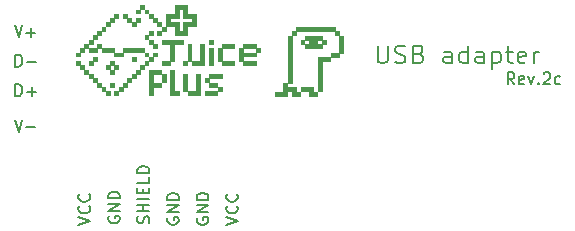
<source format=gto>
G04 #@! TF.GenerationSoftware,KiCad,Pcbnew,5.1.9+dfsg1-1+deb11u1*
G04 #@! TF.CreationDate,2023-06-30T23:04:53+09:00*
G04 #@! TF.ProjectId,tablet-usb-adapter,7461626c-6574-42d7-9573-622d61646170,rev?*
G04 #@! TF.SameCoordinates,Original*
G04 #@! TF.FileFunction,Legend,Top*
G04 #@! TF.FilePolarity,Positive*
%FSLAX46Y46*%
G04 Gerber Fmt 4.6, Leading zero omitted, Abs format (unit mm)*
G04 Created by KiCad (PCBNEW 5.1.9+dfsg1-1+deb11u1) date 2023-06-30 23:04:53*
%MOMM*%
%LPD*%
G01*
G04 APERTURE LIST*
%ADD10C,0.150000*%
%ADD11C,0.200000*%
%ADD12C,0.010000*%
%ADD13C,5.600000*%
%ADD14R,1.700000X1.700000*%
%ADD15O,1.700000X1.700000*%
%ADD16O,1.700000X1.950000*%
%ADD17C,3.500000*%
%ADD18R,1.524000X1.524000*%
%ADD19C,1.524000*%
%ADD20R,1.600000X1.600000*%
%ADD21O,1.600000X1.600000*%
G04 APERTURE END LIST*
D10*
X142357142Y-78452380D02*
X142023809Y-77976190D01*
X141785714Y-78452380D02*
X141785714Y-77452380D01*
X142166666Y-77452380D01*
X142261904Y-77500000D01*
X142309523Y-77547619D01*
X142357142Y-77642857D01*
X142357142Y-77785714D01*
X142309523Y-77880952D01*
X142261904Y-77928571D01*
X142166666Y-77976190D01*
X141785714Y-77976190D01*
X143166666Y-78404761D02*
X143071428Y-78452380D01*
X142880952Y-78452380D01*
X142785714Y-78404761D01*
X142738095Y-78309523D01*
X142738095Y-77928571D01*
X142785714Y-77833333D01*
X142880952Y-77785714D01*
X143071428Y-77785714D01*
X143166666Y-77833333D01*
X143214285Y-77928571D01*
X143214285Y-78023809D01*
X142738095Y-78119047D01*
X143547619Y-77785714D02*
X143785714Y-78452380D01*
X144023809Y-77785714D01*
X144404761Y-78357142D02*
X144452380Y-78404761D01*
X144404761Y-78452380D01*
X144357142Y-78404761D01*
X144404761Y-78357142D01*
X144404761Y-78452380D01*
X144833333Y-77547619D02*
X144880952Y-77500000D01*
X144976190Y-77452380D01*
X145214285Y-77452380D01*
X145309523Y-77500000D01*
X145357142Y-77547619D01*
X145404761Y-77642857D01*
X145404761Y-77738095D01*
X145357142Y-77880952D01*
X144785714Y-78452380D01*
X145404761Y-78452380D01*
X146261904Y-78404761D02*
X146166666Y-78452380D01*
X145976190Y-78452380D01*
X145880952Y-78404761D01*
X145833333Y-78357142D01*
X145785714Y-78261904D01*
X145785714Y-77976190D01*
X145833333Y-77880952D01*
X145880952Y-77833333D01*
X145976190Y-77785714D01*
X146166666Y-77785714D01*
X146261904Y-77833333D01*
D11*
X130785714Y-75178571D02*
X130785714Y-76392857D01*
X130857142Y-76535714D01*
X130928571Y-76607142D01*
X131071428Y-76678571D01*
X131357142Y-76678571D01*
X131500000Y-76607142D01*
X131571428Y-76535714D01*
X131642857Y-76392857D01*
X131642857Y-75178571D01*
X132285714Y-76607142D02*
X132500000Y-76678571D01*
X132857142Y-76678571D01*
X133000000Y-76607142D01*
X133071428Y-76535714D01*
X133142857Y-76392857D01*
X133142857Y-76250000D01*
X133071428Y-76107142D01*
X133000000Y-76035714D01*
X132857142Y-75964285D01*
X132571428Y-75892857D01*
X132428571Y-75821428D01*
X132357142Y-75750000D01*
X132285714Y-75607142D01*
X132285714Y-75464285D01*
X132357142Y-75321428D01*
X132428571Y-75250000D01*
X132571428Y-75178571D01*
X132928571Y-75178571D01*
X133142857Y-75250000D01*
X134285714Y-75892857D02*
X134500000Y-75964285D01*
X134571428Y-76035714D01*
X134642857Y-76178571D01*
X134642857Y-76392857D01*
X134571428Y-76535714D01*
X134500000Y-76607142D01*
X134357142Y-76678571D01*
X133785714Y-76678571D01*
X133785714Y-75178571D01*
X134285714Y-75178571D01*
X134428571Y-75250000D01*
X134500000Y-75321428D01*
X134571428Y-75464285D01*
X134571428Y-75607142D01*
X134500000Y-75750000D01*
X134428571Y-75821428D01*
X134285714Y-75892857D01*
X133785714Y-75892857D01*
X137071428Y-76678571D02*
X137071428Y-75892857D01*
X137000000Y-75750000D01*
X136857142Y-75678571D01*
X136571428Y-75678571D01*
X136428571Y-75750000D01*
X137071428Y-76607142D02*
X136928571Y-76678571D01*
X136571428Y-76678571D01*
X136428571Y-76607142D01*
X136357142Y-76464285D01*
X136357142Y-76321428D01*
X136428571Y-76178571D01*
X136571428Y-76107142D01*
X136928571Y-76107142D01*
X137071428Y-76035714D01*
X138428571Y-76678571D02*
X138428571Y-75178571D01*
X138428571Y-76607142D02*
X138285714Y-76678571D01*
X138000000Y-76678571D01*
X137857142Y-76607142D01*
X137785714Y-76535714D01*
X137714285Y-76392857D01*
X137714285Y-75964285D01*
X137785714Y-75821428D01*
X137857142Y-75750000D01*
X138000000Y-75678571D01*
X138285714Y-75678571D01*
X138428571Y-75750000D01*
X139785714Y-76678571D02*
X139785714Y-75892857D01*
X139714285Y-75750000D01*
X139571428Y-75678571D01*
X139285714Y-75678571D01*
X139142857Y-75750000D01*
X139785714Y-76607142D02*
X139642857Y-76678571D01*
X139285714Y-76678571D01*
X139142857Y-76607142D01*
X139071428Y-76464285D01*
X139071428Y-76321428D01*
X139142857Y-76178571D01*
X139285714Y-76107142D01*
X139642857Y-76107142D01*
X139785714Y-76035714D01*
X140500000Y-75678571D02*
X140500000Y-77178571D01*
X140500000Y-75750000D02*
X140642857Y-75678571D01*
X140928571Y-75678571D01*
X141071428Y-75750000D01*
X141142857Y-75821428D01*
X141214285Y-75964285D01*
X141214285Y-76392857D01*
X141142857Y-76535714D01*
X141071428Y-76607142D01*
X140928571Y-76678571D01*
X140642857Y-76678571D01*
X140500000Y-76607142D01*
X141642857Y-75678571D02*
X142214285Y-75678571D01*
X141857142Y-75178571D02*
X141857142Y-76464285D01*
X141928571Y-76607142D01*
X142071428Y-76678571D01*
X142214285Y-76678571D01*
X143285714Y-76607142D02*
X143142857Y-76678571D01*
X142857142Y-76678571D01*
X142714285Y-76607142D01*
X142642857Y-76464285D01*
X142642857Y-75892857D01*
X142714285Y-75750000D01*
X142857142Y-75678571D01*
X143142857Y-75678571D01*
X143285714Y-75750000D01*
X143357142Y-75892857D01*
X143357142Y-76035714D01*
X142642857Y-76178571D01*
X144000000Y-76678571D02*
X144000000Y-75678571D01*
X144000000Y-75964285D02*
X144071428Y-75821428D01*
X144142857Y-75750000D01*
X144285714Y-75678571D01*
X144428571Y-75678571D01*
D10*
X113000000Y-89761904D02*
X112952380Y-89857142D01*
X112952380Y-90000000D01*
X113000000Y-90142857D01*
X113095238Y-90238095D01*
X113190476Y-90285714D01*
X113380952Y-90333333D01*
X113523809Y-90333333D01*
X113714285Y-90285714D01*
X113809523Y-90238095D01*
X113904761Y-90142857D01*
X113952380Y-90000000D01*
X113952380Y-89904761D01*
X113904761Y-89761904D01*
X113857142Y-89714285D01*
X113523809Y-89714285D01*
X113523809Y-89904761D01*
X113952380Y-89285714D02*
X112952380Y-89285714D01*
X113952380Y-88714285D01*
X112952380Y-88714285D01*
X113952380Y-88238095D02*
X112952380Y-88238095D01*
X112952380Y-88000000D01*
X113000000Y-87857142D01*
X113095238Y-87761904D01*
X113190476Y-87714285D01*
X113380952Y-87666666D01*
X113523809Y-87666666D01*
X113714285Y-87714285D01*
X113809523Y-87761904D01*
X113904761Y-87857142D01*
X113952380Y-88000000D01*
X113952380Y-88238095D01*
X111404761Y-90212023D02*
X111452380Y-90069166D01*
X111452380Y-89831071D01*
X111404761Y-89735833D01*
X111357142Y-89688214D01*
X111261904Y-89640595D01*
X111166666Y-89640595D01*
X111071428Y-89688214D01*
X111023809Y-89735833D01*
X110976190Y-89831071D01*
X110928571Y-90021547D01*
X110880952Y-90116785D01*
X110833333Y-90164404D01*
X110738095Y-90212023D01*
X110642857Y-90212023D01*
X110547619Y-90164404D01*
X110500000Y-90116785D01*
X110452380Y-90021547D01*
X110452380Y-89783452D01*
X110500000Y-89640595D01*
X111452380Y-89212023D02*
X110452380Y-89212023D01*
X110928571Y-89212023D02*
X110928571Y-88640595D01*
X111452380Y-88640595D02*
X110452380Y-88640595D01*
X111452380Y-88164404D02*
X110452380Y-88164404D01*
X110928571Y-87688214D02*
X110928571Y-87354880D01*
X111452380Y-87212023D02*
X111452380Y-87688214D01*
X110452380Y-87688214D01*
X110452380Y-87212023D01*
X111452380Y-86307261D02*
X111452380Y-86783452D01*
X110452380Y-86783452D01*
X111452380Y-85973928D02*
X110452380Y-85973928D01*
X110452380Y-85735833D01*
X110500000Y-85592976D01*
X110595238Y-85497738D01*
X110690476Y-85450119D01*
X110880952Y-85402500D01*
X111023809Y-85402500D01*
X111214285Y-85450119D01*
X111309523Y-85497738D01*
X111404761Y-85592976D01*
X111452380Y-85735833D01*
X111452380Y-85973928D01*
X115500000Y-89761904D02*
X115452380Y-89857142D01*
X115452380Y-90000000D01*
X115500000Y-90142857D01*
X115595238Y-90238095D01*
X115690476Y-90285714D01*
X115880952Y-90333333D01*
X116023809Y-90333333D01*
X116214285Y-90285714D01*
X116309523Y-90238095D01*
X116404761Y-90142857D01*
X116452380Y-90000000D01*
X116452380Y-89904761D01*
X116404761Y-89761904D01*
X116357142Y-89714285D01*
X116023809Y-89714285D01*
X116023809Y-89904761D01*
X116452380Y-89285714D02*
X115452380Y-89285714D01*
X116452380Y-88714285D01*
X115452380Y-88714285D01*
X116452380Y-88238095D02*
X115452380Y-88238095D01*
X115452380Y-88000000D01*
X115500000Y-87857142D01*
X115595238Y-87761904D01*
X115690476Y-87714285D01*
X115880952Y-87666666D01*
X116023809Y-87666666D01*
X116214285Y-87714285D01*
X116309523Y-87761904D01*
X116404761Y-87857142D01*
X116452380Y-88000000D01*
X116452380Y-88238095D01*
X117952380Y-90333333D02*
X118952380Y-90000000D01*
X117952380Y-89666666D01*
X118857142Y-88761904D02*
X118904761Y-88809523D01*
X118952380Y-88952380D01*
X118952380Y-89047619D01*
X118904761Y-89190476D01*
X118809523Y-89285714D01*
X118714285Y-89333333D01*
X118523809Y-89380952D01*
X118380952Y-89380952D01*
X118190476Y-89333333D01*
X118095238Y-89285714D01*
X118000000Y-89190476D01*
X117952380Y-89047619D01*
X117952380Y-88952380D01*
X118000000Y-88809523D01*
X118047619Y-88761904D01*
X118857142Y-87761904D02*
X118904761Y-87809523D01*
X118952380Y-87952380D01*
X118952380Y-88047619D01*
X118904761Y-88190476D01*
X118809523Y-88285714D01*
X118714285Y-88333333D01*
X118523809Y-88380952D01*
X118380952Y-88380952D01*
X118190476Y-88333333D01*
X118095238Y-88285714D01*
X118000000Y-88190476D01*
X117952380Y-88047619D01*
X117952380Y-87952380D01*
X118000000Y-87809523D01*
X118047619Y-87761904D01*
X105452380Y-90333333D02*
X106452380Y-90000000D01*
X105452380Y-89666666D01*
X106357142Y-88761904D02*
X106404761Y-88809523D01*
X106452380Y-88952380D01*
X106452380Y-89047619D01*
X106404761Y-89190476D01*
X106309523Y-89285714D01*
X106214285Y-89333333D01*
X106023809Y-89380952D01*
X105880952Y-89380952D01*
X105690476Y-89333333D01*
X105595238Y-89285714D01*
X105500000Y-89190476D01*
X105452380Y-89047619D01*
X105452380Y-88952380D01*
X105500000Y-88809523D01*
X105547619Y-88761904D01*
X106357142Y-87761904D02*
X106404761Y-87809523D01*
X106452380Y-87952380D01*
X106452380Y-88047619D01*
X106404761Y-88190476D01*
X106309523Y-88285714D01*
X106214285Y-88333333D01*
X106023809Y-88380952D01*
X105880952Y-88380952D01*
X105690476Y-88333333D01*
X105595238Y-88285714D01*
X105500000Y-88190476D01*
X105452380Y-88047619D01*
X105452380Y-87952380D01*
X105500000Y-87809523D01*
X105547619Y-87761904D01*
X108000000Y-89640595D02*
X107952380Y-89735833D01*
X107952380Y-89878690D01*
X108000000Y-90021547D01*
X108095238Y-90116785D01*
X108190476Y-90164404D01*
X108380952Y-90212023D01*
X108523809Y-90212023D01*
X108714285Y-90164404D01*
X108809523Y-90116785D01*
X108904761Y-90021547D01*
X108952380Y-89878690D01*
X108952380Y-89783452D01*
X108904761Y-89640595D01*
X108857142Y-89592976D01*
X108523809Y-89592976D01*
X108523809Y-89783452D01*
X108952380Y-89164404D02*
X107952380Y-89164404D01*
X108952380Y-88592976D01*
X107952380Y-88592976D01*
X108952380Y-88116785D02*
X107952380Y-88116785D01*
X107952380Y-87878690D01*
X108000000Y-87735833D01*
X108095238Y-87640595D01*
X108190476Y-87592976D01*
X108380952Y-87545357D01*
X108523809Y-87545357D01*
X108714285Y-87592976D01*
X108809523Y-87640595D01*
X108904761Y-87735833D01*
X108952380Y-87878690D01*
X108952380Y-88116785D01*
X100047619Y-81452380D02*
X100380952Y-82452380D01*
X100714285Y-81452380D01*
X101047619Y-82071428D02*
X101809523Y-82071428D01*
X100119047Y-79452380D02*
X100119047Y-78452380D01*
X100357142Y-78452380D01*
X100500000Y-78500000D01*
X100595238Y-78595238D01*
X100642857Y-78690476D01*
X100690476Y-78880952D01*
X100690476Y-79023809D01*
X100642857Y-79214285D01*
X100595238Y-79309523D01*
X100500000Y-79404761D01*
X100357142Y-79452380D01*
X100119047Y-79452380D01*
X101119047Y-79071428D02*
X101880952Y-79071428D01*
X101500000Y-79452380D02*
X101500000Y-78690476D01*
X100119047Y-76952380D02*
X100119047Y-75952380D01*
X100357142Y-75952380D01*
X100500000Y-76000000D01*
X100595238Y-76095238D01*
X100642857Y-76190476D01*
X100690476Y-76380952D01*
X100690476Y-76523809D01*
X100642857Y-76714285D01*
X100595238Y-76809523D01*
X100500000Y-76904761D01*
X100357142Y-76952380D01*
X100119047Y-76952380D01*
X101119047Y-76571428D02*
X101880952Y-76571428D01*
X100047619Y-73452380D02*
X100380952Y-74452380D01*
X100714285Y-73452380D01*
X101047619Y-74071428D02*
X101809523Y-74071428D01*
X101428571Y-74452380D02*
X101428571Y-73690476D01*
D12*
G36*
X127142066Y-73943066D02*
G01*
X126811866Y-73943066D01*
X126811866Y-73612866D01*
X127142066Y-73612866D01*
X127142066Y-73943066D01*
G37*
X127142066Y-73943066D02*
X126811866Y-73943066D01*
X126811866Y-73612866D01*
X127142066Y-73612866D01*
X127142066Y-73943066D01*
G36*
X126778000Y-73943066D02*
G01*
X126447800Y-73943066D01*
X126447800Y-73612866D01*
X126778000Y-73612866D01*
X126778000Y-73943066D01*
G37*
X126778000Y-73943066D02*
X126447800Y-73943066D01*
X126447800Y-73612866D01*
X126778000Y-73612866D01*
X126778000Y-73943066D01*
G36*
X126413933Y-73943066D02*
G01*
X126083733Y-73943066D01*
X126083733Y-73612866D01*
X126413933Y-73612866D01*
X126413933Y-73943066D01*
G37*
X126413933Y-73943066D02*
X126083733Y-73943066D01*
X126083733Y-73612866D01*
X126413933Y-73612866D01*
X126413933Y-73943066D01*
G36*
X126049866Y-73943066D02*
G01*
X125719666Y-73943066D01*
X125719666Y-73612866D01*
X126049866Y-73612866D01*
X126049866Y-73943066D01*
G37*
X126049866Y-73943066D02*
X125719666Y-73943066D01*
X125719666Y-73612866D01*
X126049866Y-73612866D01*
X126049866Y-73943066D01*
G36*
X125685799Y-73943066D02*
G01*
X125355599Y-73943066D01*
X125355599Y-73612866D01*
X125685799Y-73612866D01*
X125685799Y-73943066D01*
G37*
X125685799Y-73943066D02*
X125355599Y-73943066D01*
X125355599Y-73612866D01*
X125685799Y-73612866D01*
X125685799Y-73943066D01*
G36*
X125321733Y-73943066D02*
G01*
X124991533Y-73943066D01*
X124991533Y-73612866D01*
X125321733Y-73612866D01*
X125321733Y-73943066D01*
G37*
X125321733Y-73943066D02*
X124991533Y-73943066D01*
X124991533Y-73612866D01*
X125321733Y-73612866D01*
X125321733Y-73943066D01*
G36*
X124957666Y-73943066D02*
G01*
X124627466Y-73943066D01*
X124627466Y-73612866D01*
X124957666Y-73612866D01*
X124957666Y-73943066D01*
G37*
X124957666Y-73943066D02*
X124627466Y-73943066D01*
X124627466Y-73612866D01*
X124957666Y-73612866D01*
X124957666Y-73943066D01*
G36*
X124593600Y-73943066D02*
G01*
X124263400Y-73943066D01*
X124263400Y-73612866D01*
X124593600Y-73612866D01*
X124593600Y-73943066D01*
G37*
X124593600Y-73943066D02*
X124263400Y-73943066D01*
X124263400Y-73612866D01*
X124593600Y-73612866D01*
X124593600Y-73943066D01*
G36*
X124229533Y-73943066D02*
G01*
X123899333Y-73943066D01*
X123899333Y-73612866D01*
X124229533Y-73612866D01*
X124229533Y-73943066D01*
G37*
X124229533Y-73943066D02*
X123899333Y-73943066D01*
X123899333Y-73612866D01*
X124229533Y-73612866D01*
X124229533Y-73943066D01*
G36*
X127506133Y-74307133D02*
G01*
X127175933Y-74307133D01*
X127175933Y-73976933D01*
X127506133Y-73976933D01*
X127506133Y-74307133D01*
G37*
X127506133Y-74307133D02*
X127175933Y-74307133D01*
X127175933Y-73976933D01*
X127506133Y-73976933D01*
X127506133Y-74307133D01*
G36*
X123865466Y-74307133D02*
G01*
X123535266Y-74307133D01*
X123535266Y-73976933D01*
X123865466Y-73976933D01*
X123865466Y-74307133D01*
G37*
X123865466Y-74307133D02*
X123535266Y-74307133D01*
X123535266Y-73976933D01*
X123865466Y-73976933D01*
X123865466Y-74307133D01*
G36*
X127870200Y-74671200D02*
G01*
X127540000Y-74671200D01*
X127540000Y-74340999D01*
X127870200Y-74340999D01*
X127870200Y-74671200D01*
G37*
X127870200Y-74671200D02*
X127540000Y-74671200D01*
X127540000Y-74340999D01*
X127870200Y-74340999D01*
X127870200Y-74671200D01*
G36*
X126049866Y-74671200D02*
G01*
X125719666Y-74671200D01*
X125719666Y-74340999D01*
X126049866Y-74340999D01*
X126049866Y-74671200D01*
G37*
X126049866Y-74671200D02*
X125719666Y-74671200D01*
X125719666Y-74340999D01*
X126049866Y-74340999D01*
X126049866Y-74671200D01*
G36*
X125685799Y-74671200D02*
G01*
X125355599Y-74671200D01*
X125355599Y-74340999D01*
X125685799Y-74340999D01*
X125685799Y-74671200D01*
G37*
X125685799Y-74671200D02*
X125355599Y-74671200D01*
X125355599Y-74340999D01*
X125685799Y-74340999D01*
X125685799Y-74671200D01*
G36*
X125321733Y-74671200D02*
G01*
X124991533Y-74671200D01*
X124991533Y-74340999D01*
X125321733Y-74340999D01*
X125321733Y-74671200D01*
G37*
X125321733Y-74671200D02*
X124991533Y-74671200D01*
X124991533Y-74340999D01*
X125321733Y-74340999D01*
X125321733Y-74671200D01*
G36*
X124957666Y-74671200D02*
G01*
X124627466Y-74671200D01*
X124627466Y-74340999D01*
X124957666Y-74340999D01*
X124957666Y-74671200D01*
G37*
X124957666Y-74671200D02*
X124627466Y-74671200D01*
X124627466Y-74340999D01*
X124957666Y-74340999D01*
X124957666Y-74671200D01*
G36*
X123501399Y-74671200D02*
G01*
X123171200Y-74671200D01*
X123171200Y-74340999D01*
X123501399Y-74340999D01*
X123501399Y-74671200D01*
G37*
X123501399Y-74671200D02*
X123171200Y-74671200D01*
X123171200Y-74340999D01*
X123501399Y-74340999D01*
X123501399Y-74671200D01*
G36*
X127870200Y-75035266D02*
G01*
X127540000Y-75035266D01*
X127540000Y-74705066D01*
X127870200Y-74705066D01*
X127870200Y-75035266D01*
G37*
X127870200Y-75035266D02*
X127540000Y-75035266D01*
X127540000Y-74705066D01*
X127870200Y-74705066D01*
X127870200Y-75035266D01*
G36*
X126413933Y-75035266D02*
G01*
X126083733Y-75035266D01*
X126083733Y-74705066D01*
X126413933Y-74705066D01*
X126413933Y-75035266D01*
G37*
X126413933Y-75035266D02*
X126083733Y-75035266D01*
X126083733Y-74705066D01*
X126413933Y-74705066D01*
X126413933Y-75035266D01*
G36*
X125685799Y-75035266D02*
G01*
X125355599Y-75035266D01*
X125355599Y-74705066D01*
X125685799Y-74705066D01*
X125685799Y-75035266D01*
G37*
X125685799Y-75035266D02*
X125355599Y-75035266D01*
X125355599Y-74705066D01*
X125685799Y-74705066D01*
X125685799Y-75035266D01*
G36*
X125321733Y-75035266D02*
G01*
X124991533Y-75035266D01*
X124991533Y-74705066D01*
X125321733Y-74705066D01*
X125321733Y-75035266D01*
G37*
X125321733Y-75035266D02*
X124991533Y-75035266D01*
X124991533Y-74705066D01*
X125321733Y-74705066D01*
X125321733Y-75035266D01*
G36*
X124593600Y-75035266D02*
G01*
X124263400Y-75035266D01*
X124263400Y-74705066D01*
X124593600Y-74705066D01*
X124593600Y-75035266D01*
G37*
X124593600Y-75035266D02*
X124263400Y-75035266D01*
X124263400Y-74705066D01*
X124593600Y-74705066D01*
X124593600Y-75035266D01*
G36*
X123501399Y-75035266D02*
G01*
X123171200Y-75035266D01*
X123171200Y-74705066D01*
X123501399Y-74705066D01*
X123501399Y-75035266D01*
G37*
X123501399Y-75035266D02*
X123171200Y-75035266D01*
X123171200Y-74705066D01*
X123501399Y-74705066D01*
X123501399Y-75035266D01*
G36*
X127870200Y-75399333D02*
G01*
X127540000Y-75399333D01*
X127540000Y-75069133D01*
X127870200Y-75069133D01*
X127870200Y-75399333D01*
G37*
X127870200Y-75399333D02*
X127540000Y-75399333D01*
X127540000Y-75069133D01*
X127870200Y-75069133D01*
X127870200Y-75399333D01*
G36*
X126049866Y-75399333D02*
G01*
X125719666Y-75399333D01*
X125719666Y-75069133D01*
X126049866Y-75069133D01*
X126049866Y-75399333D01*
G37*
X126049866Y-75399333D02*
X125719666Y-75399333D01*
X125719666Y-75069133D01*
X126049866Y-75069133D01*
X126049866Y-75399333D01*
G36*
X125685799Y-75399333D02*
G01*
X125355599Y-75399333D01*
X125355599Y-75069133D01*
X125685799Y-75069133D01*
X125685799Y-75399333D01*
G37*
X125685799Y-75399333D02*
X125355599Y-75399333D01*
X125355599Y-75069133D01*
X125685799Y-75069133D01*
X125685799Y-75399333D01*
G36*
X125321733Y-75399333D02*
G01*
X124991533Y-75399333D01*
X124991533Y-75069133D01*
X125321733Y-75069133D01*
X125321733Y-75399333D01*
G37*
X125321733Y-75399333D02*
X124991533Y-75399333D01*
X124991533Y-75069133D01*
X125321733Y-75069133D01*
X125321733Y-75399333D01*
G36*
X124957666Y-75399333D02*
G01*
X124627466Y-75399333D01*
X124627466Y-75069133D01*
X124957666Y-75069133D01*
X124957666Y-75399333D01*
G37*
X124957666Y-75399333D02*
X124627466Y-75399333D01*
X124627466Y-75069133D01*
X124957666Y-75069133D01*
X124957666Y-75399333D01*
G36*
X123501399Y-75399333D02*
G01*
X123171200Y-75399333D01*
X123171200Y-75069133D01*
X123501399Y-75069133D01*
X123501399Y-75399333D01*
G37*
X123501399Y-75399333D02*
X123171200Y-75399333D01*
X123171200Y-75069133D01*
X123501399Y-75069133D01*
X123501399Y-75399333D01*
G36*
X127870200Y-75763400D02*
G01*
X127540000Y-75763400D01*
X127540000Y-75433200D01*
X127870200Y-75433200D01*
X127870200Y-75763400D01*
G37*
X127870200Y-75763400D02*
X127540000Y-75763400D01*
X127540000Y-75433200D01*
X127870200Y-75433200D01*
X127870200Y-75763400D01*
G36*
X123501399Y-75763400D02*
G01*
X123171200Y-75763400D01*
X123171200Y-75433200D01*
X123501399Y-75433200D01*
X123501399Y-75763400D01*
G37*
X123501399Y-75763400D02*
X123171200Y-75763400D01*
X123171200Y-75433200D01*
X123501399Y-75433200D01*
X123501399Y-75763400D01*
G36*
X127506133Y-76127466D02*
G01*
X127175933Y-76127466D01*
X127175933Y-75797266D01*
X127506133Y-75797266D01*
X127506133Y-76127466D01*
G37*
X127506133Y-76127466D02*
X127175933Y-76127466D01*
X127175933Y-75797266D01*
X127506133Y-75797266D01*
X127506133Y-76127466D01*
G36*
X127142066Y-76127466D02*
G01*
X126811866Y-76127466D01*
X126811866Y-75797266D01*
X127142066Y-75797266D01*
X127142066Y-76127466D01*
G37*
X127142066Y-76127466D02*
X126811866Y-76127466D01*
X126811866Y-75797266D01*
X127142066Y-75797266D01*
X127142066Y-76127466D01*
G36*
X123501399Y-76127466D02*
G01*
X123171200Y-76127466D01*
X123171200Y-75797266D01*
X123501399Y-75797266D01*
X123501399Y-76127466D01*
G37*
X123501399Y-76127466D02*
X123171200Y-76127466D01*
X123171200Y-75797266D01*
X123501399Y-75797266D01*
X123501399Y-76127466D01*
G36*
X126778000Y-76491533D02*
G01*
X126447800Y-76491533D01*
X126447800Y-76161333D01*
X126778000Y-76161333D01*
X126778000Y-76491533D01*
G37*
X126778000Y-76491533D02*
X126447800Y-76491533D01*
X126447800Y-76161333D01*
X126778000Y-76161333D01*
X126778000Y-76491533D01*
G36*
X126413933Y-76491533D02*
G01*
X126083733Y-76491533D01*
X126083733Y-76161333D01*
X126413933Y-76161333D01*
X126413933Y-76491533D01*
G37*
X126413933Y-76491533D02*
X126083733Y-76491533D01*
X126083733Y-76161333D01*
X126413933Y-76161333D01*
X126413933Y-76491533D01*
G36*
X126049866Y-76491533D02*
G01*
X125719666Y-76491533D01*
X125719666Y-76161333D01*
X126049866Y-76161333D01*
X126049866Y-76491533D01*
G37*
X126049866Y-76491533D02*
X125719666Y-76491533D01*
X125719666Y-76161333D01*
X126049866Y-76161333D01*
X126049866Y-76491533D01*
G36*
X123501399Y-76491533D02*
G01*
X123171200Y-76491533D01*
X123171200Y-76161333D01*
X123501399Y-76161333D01*
X123501399Y-76491533D01*
G37*
X123501399Y-76491533D02*
X123171200Y-76491533D01*
X123171200Y-76161333D01*
X123501399Y-76161333D01*
X123501399Y-76491533D01*
G36*
X126049866Y-76855599D02*
G01*
X125719666Y-76855599D01*
X125719666Y-76525400D01*
X126049866Y-76525400D01*
X126049866Y-76855599D01*
G37*
X126049866Y-76855599D02*
X125719666Y-76855599D01*
X125719666Y-76525400D01*
X126049866Y-76525400D01*
X126049866Y-76855599D01*
G36*
X123501399Y-76855599D02*
G01*
X123171200Y-76855599D01*
X123171200Y-76525400D01*
X123501399Y-76525400D01*
X123501399Y-76855599D01*
G37*
X123501399Y-76855599D02*
X123171200Y-76855599D01*
X123171200Y-76525400D01*
X123501399Y-76525400D01*
X123501399Y-76855599D01*
G36*
X126049866Y-77219666D02*
G01*
X125719666Y-77219666D01*
X125719666Y-76889466D01*
X126049866Y-76889466D01*
X126049866Y-77219666D01*
G37*
X126049866Y-77219666D02*
X125719666Y-77219666D01*
X125719666Y-76889466D01*
X126049866Y-76889466D01*
X126049866Y-77219666D01*
G36*
X123501399Y-77219666D02*
G01*
X123171200Y-77219666D01*
X123171200Y-76889466D01*
X123501399Y-76889466D01*
X123501399Y-77219666D01*
G37*
X123501399Y-77219666D02*
X123171200Y-77219666D01*
X123171200Y-76889466D01*
X123501399Y-76889466D01*
X123501399Y-77219666D01*
G36*
X126049866Y-77583733D02*
G01*
X125719666Y-77583733D01*
X125719666Y-77253533D01*
X126049866Y-77253533D01*
X126049866Y-77583733D01*
G37*
X126049866Y-77583733D02*
X125719666Y-77583733D01*
X125719666Y-77253533D01*
X126049866Y-77253533D01*
X126049866Y-77583733D01*
G36*
X123501399Y-77583733D02*
G01*
X123171200Y-77583733D01*
X123171200Y-77253533D01*
X123501399Y-77253533D01*
X123501399Y-77583733D01*
G37*
X123501399Y-77583733D02*
X123171200Y-77583733D01*
X123171200Y-77253533D01*
X123501399Y-77253533D01*
X123501399Y-77583733D01*
G36*
X126049866Y-77947800D02*
G01*
X125719666Y-77947800D01*
X125719666Y-77617600D01*
X126049866Y-77617600D01*
X126049866Y-77947800D01*
G37*
X126049866Y-77947800D02*
X125719666Y-77947800D01*
X125719666Y-77617600D01*
X126049866Y-77617600D01*
X126049866Y-77947800D01*
G36*
X123501399Y-77947800D02*
G01*
X123171200Y-77947800D01*
X123171200Y-77617600D01*
X123501399Y-77617600D01*
X123501399Y-77947800D01*
G37*
X123501399Y-77947800D02*
X123171200Y-77947800D01*
X123171200Y-77617600D01*
X123501399Y-77617600D01*
X123501399Y-77947800D01*
G36*
X126049866Y-78311866D02*
G01*
X125719666Y-78311866D01*
X125719666Y-77981666D01*
X126049866Y-77981666D01*
X126049866Y-78311866D01*
G37*
X126049866Y-78311866D02*
X125719666Y-78311866D01*
X125719666Y-77981666D01*
X126049866Y-77981666D01*
X126049866Y-78311866D01*
G36*
X123501399Y-78311866D02*
G01*
X123171200Y-78311866D01*
X123171200Y-77981666D01*
X123501399Y-77981666D01*
X123501399Y-78311866D01*
G37*
X123501399Y-78311866D02*
X123171200Y-78311866D01*
X123171200Y-77981666D01*
X123501399Y-77981666D01*
X123501399Y-78311866D01*
G36*
X126049866Y-78675933D02*
G01*
X125719666Y-78675933D01*
X125719666Y-78345733D01*
X126049866Y-78345733D01*
X126049866Y-78675933D01*
G37*
X126049866Y-78675933D02*
X125719666Y-78675933D01*
X125719666Y-78345733D01*
X126049866Y-78345733D01*
X126049866Y-78675933D01*
G36*
X123137333Y-78675933D02*
G01*
X122807133Y-78675933D01*
X122807133Y-78345733D01*
X123137333Y-78345733D01*
X123137333Y-78675933D01*
G37*
X123137333Y-78675933D02*
X122807133Y-78675933D01*
X122807133Y-78345733D01*
X123137333Y-78345733D01*
X123137333Y-78675933D01*
G36*
X126049866Y-79040000D02*
G01*
X125719666Y-79040000D01*
X125719666Y-78709800D01*
X126049866Y-78709800D01*
X126049866Y-79040000D01*
G37*
X126049866Y-79040000D02*
X125719666Y-79040000D01*
X125719666Y-78709800D01*
X126049866Y-78709800D01*
X126049866Y-79040000D01*
G36*
X125321733Y-79040000D02*
G01*
X124991533Y-79040000D01*
X124991533Y-78709800D01*
X125321733Y-78709800D01*
X125321733Y-79040000D01*
G37*
X125321733Y-79040000D02*
X124991533Y-79040000D01*
X124991533Y-78709800D01*
X125321733Y-78709800D01*
X125321733Y-79040000D01*
G36*
X124957666Y-79040000D02*
G01*
X124627466Y-79040000D01*
X124627466Y-78709800D01*
X124957666Y-78709800D01*
X124957666Y-79040000D01*
G37*
X124957666Y-79040000D02*
X124627466Y-79040000D01*
X124627466Y-78709800D01*
X124957666Y-78709800D01*
X124957666Y-79040000D01*
G36*
X124593600Y-79040000D02*
G01*
X124263400Y-79040000D01*
X124263400Y-78709800D01*
X124593600Y-78709800D01*
X124593600Y-79040000D01*
G37*
X124593600Y-79040000D02*
X124263400Y-79040000D01*
X124263400Y-78709800D01*
X124593600Y-78709800D01*
X124593600Y-79040000D01*
G36*
X123865466Y-79040000D02*
G01*
X123535266Y-79040000D01*
X123535266Y-78709800D01*
X123865466Y-78709800D01*
X123865466Y-79040000D01*
G37*
X123865466Y-79040000D02*
X123535266Y-79040000D01*
X123535266Y-78709800D01*
X123865466Y-78709800D01*
X123865466Y-79040000D01*
G36*
X123501399Y-79040000D02*
G01*
X123171200Y-79040000D01*
X123171200Y-78709800D01*
X123501399Y-78709800D01*
X123501399Y-79040000D01*
G37*
X123501399Y-79040000D02*
X123171200Y-79040000D01*
X123171200Y-78709800D01*
X123501399Y-78709800D01*
X123501399Y-79040000D01*
G36*
X123137333Y-79040000D02*
G01*
X122807133Y-79040000D01*
X122807133Y-78709800D01*
X123137333Y-78709800D01*
X123137333Y-79040000D01*
G37*
X123137333Y-79040000D02*
X122807133Y-79040000D01*
X122807133Y-78709800D01*
X123137333Y-78709800D01*
X123137333Y-79040000D01*
G36*
X125685799Y-79404066D02*
G01*
X125355599Y-79404066D01*
X125355599Y-79073866D01*
X125685799Y-79073866D01*
X125685799Y-79404066D01*
G37*
X125685799Y-79404066D02*
X125355599Y-79404066D01*
X125355599Y-79073866D01*
X125685799Y-79073866D01*
X125685799Y-79404066D01*
G36*
X125321733Y-79404066D02*
G01*
X124991533Y-79404066D01*
X124991533Y-79073866D01*
X125321733Y-79073866D01*
X125321733Y-79404066D01*
G37*
X125321733Y-79404066D02*
X124991533Y-79404066D01*
X124991533Y-79073866D01*
X125321733Y-79073866D01*
X125321733Y-79404066D01*
G36*
X124229533Y-79404066D02*
G01*
X123899333Y-79404066D01*
X123899333Y-79073866D01*
X124229533Y-79073866D01*
X124229533Y-79404066D01*
G37*
X124229533Y-79404066D02*
X123899333Y-79404066D01*
X123899333Y-79073866D01*
X124229533Y-79073866D01*
X124229533Y-79404066D01*
G36*
X123865466Y-79404066D02*
G01*
X123535266Y-79404066D01*
X123535266Y-79073866D01*
X123865466Y-79073866D01*
X123865466Y-79404066D01*
G37*
X123865466Y-79404066D02*
X123535266Y-79404066D01*
X123535266Y-79073866D01*
X123865466Y-79073866D01*
X123865466Y-79404066D01*
G36*
X123137333Y-79404066D02*
G01*
X122807133Y-79404066D01*
X122807133Y-79073866D01*
X123137333Y-79073866D01*
X123137333Y-79404066D01*
G37*
X123137333Y-79404066D02*
X122807133Y-79404066D01*
X122807133Y-79073866D01*
X123137333Y-79073866D01*
X123137333Y-79404066D01*
G36*
X122773266Y-79404066D02*
G01*
X122443066Y-79404066D01*
X122443066Y-79073866D01*
X122773266Y-79073866D01*
X122773266Y-79404066D01*
G37*
X122773266Y-79404066D02*
X122443066Y-79404066D01*
X122443066Y-79073866D01*
X122773266Y-79073866D01*
X122773266Y-79404066D01*
G36*
X122409200Y-79404066D02*
G01*
X122078999Y-79404066D01*
X122078999Y-79073866D01*
X122409200Y-79073866D01*
X122409200Y-79404066D01*
G37*
X122409200Y-79404066D02*
X122078999Y-79404066D01*
X122078999Y-79073866D01*
X122409200Y-79073866D01*
X122409200Y-79404066D01*
G36*
X114659467Y-72087934D02*
G01*
X114329267Y-72087934D01*
X114329267Y-71757734D01*
X114659467Y-71757734D01*
X114659467Y-72087934D01*
G37*
X114659467Y-72087934D02*
X114329267Y-72087934D01*
X114329267Y-71757734D01*
X114659467Y-71757734D01*
X114659467Y-72087934D01*
G36*
X114295400Y-72087934D02*
G01*
X113965200Y-72087934D01*
X113965200Y-71757734D01*
X114295400Y-71757734D01*
X114295400Y-72087934D01*
G37*
X114295400Y-72087934D02*
X113965200Y-72087934D01*
X113965200Y-71757734D01*
X114295400Y-71757734D01*
X114295400Y-72087934D01*
G36*
X113931334Y-72087934D02*
G01*
X113601134Y-72087934D01*
X113601134Y-71757734D01*
X113931334Y-71757734D01*
X113931334Y-72087934D01*
G37*
X113931334Y-72087934D02*
X113601134Y-72087934D01*
X113601134Y-71757734D01*
X113931334Y-71757734D01*
X113931334Y-72087934D01*
G36*
X111018800Y-72087934D02*
G01*
X110688600Y-72087934D01*
X110688600Y-71757734D01*
X111018800Y-71757734D01*
X111018800Y-72087934D01*
G37*
X111018800Y-72087934D02*
X110688600Y-72087934D01*
X110688600Y-71757734D01*
X111018800Y-71757734D01*
X111018800Y-72087934D01*
G36*
X114659467Y-72452000D02*
G01*
X114329267Y-72452000D01*
X114329267Y-72121800D01*
X114659467Y-72121800D01*
X114659467Y-72452000D01*
G37*
X114659467Y-72452000D02*
X114329267Y-72452000D01*
X114329267Y-72121800D01*
X114659467Y-72121800D01*
X114659467Y-72452000D01*
G36*
X113931334Y-72452000D02*
G01*
X113601134Y-72452000D01*
X113601134Y-72121800D01*
X113931334Y-72121800D01*
X113931334Y-72452000D01*
G37*
X113931334Y-72452000D02*
X113601134Y-72452000D01*
X113601134Y-72121800D01*
X113931334Y-72121800D01*
X113931334Y-72452000D01*
G36*
X111382867Y-72452000D02*
G01*
X111052667Y-72452000D01*
X111052667Y-72121800D01*
X111382867Y-72121800D01*
X111382867Y-72452000D01*
G37*
X111382867Y-72452000D02*
X111052667Y-72452000D01*
X111052667Y-72121800D01*
X111382867Y-72121800D01*
X111382867Y-72452000D01*
G36*
X110654734Y-72452000D02*
G01*
X110324534Y-72452000D01*
X110324534Y-72121800D01*
X110654734Y-72121800D01*
X110654734Y-72452000D01*
G37*
X110654734Y-72452000D02*
X110324534Y-72452000D01*
X110324534Y-72121800D01*
X110654734Y-72121800D01*
X110654734Y-72452000D01*
G36*
X115387600Y-72816067D02*
G01*
X115057400Y-72816067D01*
X115057400Y-72485867D01*
X115387600Y-72485867D01*
X115387600Y-72816067D01*
G37*
X115387600Y-72816067D02*
X115057400Y-72816067D01*
X115057400Y-72485867D01*
X115387600Y-72485867D01*
X115387600Y-72816067D01*
G36*
X115023534Y-72816067D02*
G01*
X114693334Y-72816067D01*
X114693334Y-72485867D01*
X115023534Y-72485867D01*
X115023534Y-72816067D01*
G37*
X115023534Y-72816067D02*
X114693334Y-72816067D01*
X114693334Y-72485867D01*
X115023534Y-72485867D01*
X115023534Y-72816067D01*
G36*
X114659467Y-72816067D02*
G01*
X114329267Y-72816067D01*
X114329267Y-72485867D01*
X114659467Y-72485867D01*
X114659467Y-72816067D01*
G37*
X114659467Y-72816067D02*
X114329267Y-72816067D01*
X114329267Y-72485867D01*
X114659467Y-72485867D01*
X114659467Y-72816067D01*
G36*
X113931334Y-72816067D02*
G01*
X113601134Y-72816067D01*
X113601134Y-72485867D01*
X113931334Y-72485867D01*
X113931334Y-72816067D01*
G37*
X113931334Y-72816067D02*
X113601134Y-72816067D01*
X113601134Y-72485867D01*
X113931334Y-72485867D01*
X113931334Y-72816067D01*
G36*
X113567267Y-72816067D02*
G01*
X113237067Y-72816067D01*
X113237067Y-72485867D01*
X113567267Y-72485867D01*
X113567267Y-72816067D01*
G37*
X113567267Y-72816067D02*
X113237067Y-72816067D01*
X113237067Y-72485867D01*
X113567267Y-72485867D01*
X113567267Y-72816067D01*
G36*
X113203200Y-72816067D02*
G01*
X112873000Y-72816067D01*
X112873000Y-72485867D01*
X113203200Y-72485867D01*
X113203200Y-72816067D01*
G37*
X113203200Y-72816067D02*
X112873000Y-72816067D01*
X112873000Y-72485867D01*
X113203200Y-72485867D01*
X113203200Y-72816067D01*
G36*
X111746933Y-72816067D02*
G01*
X111416733Y-72816067D01*
X111416733Y-72485867D01*
X111746933Y-72485867D01*
X111746933Y-72816067D01*
G37*
X111746933Y-72816067D02*
X111416733Y-72816067D01*
X111416733Y-72485867D01*
X111746933Y-72485867D01*
X111746933Y-72816067D01*
G36*
X109562534Y-72816067D02*
G01*
X109232334Y-72816067D01*
X109232334Y-72485867D01*
X109562534Y-72485867D01*
X109562534Y-72816067D01*
G37*
X109562534Y-72816067D02*
X109232334Y-72816067D01*
X109232334Y-72485867D01*
X109562534Y-72485867D01*
X109562534Y-72816067D01*
G36*
X108834400Y-72816067D02*
G01*
X108504200Y-72816067D01*
X108504200Y-72485867D01*
X108834400Y-72485867D01*
X108834400Y-72816067D01*
G37*
X108834400Y-72816067D02*
X108504200Y-72816067D01*
X108504200Y-72485867D01*
X108834400Y-72485867D01*
X108834400Y-72816067D01*
G36*
X113203200Y-73180133D02*
G01*
X112873000Y-73180133D01*
X112873000Y-72849934D01*
X113203200Y-72849934D01*
X113203200Y-73180133D01*
G37*
X113203200Y-73180133D02*
X112873000Y-73180133D01*
X112873000Y-72849934D01*
X113203200Y-72849934D01*
X113203200Y-73180133D01*
G36*
X112111000Y-73180133D02*
G01*
X111780800Y-73180133D01*
X111780800Y-72849934D01*
X112111000Y-72849934D01*
X112111000Y-73180133D01*
G37*
X112111000Y-73180133D02*
X111780800Y-73180133D01*
X111780800Y-72849934D01*
X112111000Y-72849934D01*
X112111000Y-73180133D01*
G36*
X110654734Y-73180133D02*
G01*
X110324534Y-73180133D01*
X110324534Y-72849934D01*
X110654734Y-72849934D01*
X110654734Y-73180133D01*
G37*
X110654734Y-73180133D02*
X110324534Y-73180133D01*
X110324534Y-72849934D01*
X110654734Y-72849934D01*
X110654734Y-73180133D01*
G36*
X109926600Y-73180133D02*
G01*
X109596400Y-73180133D01*
X109596400Y-72849934D01*
X109926600Y-72849934D01*
X109926600Y-73180133D01*
G37*
X109926600Y-73180133D02*
X109596400Y-73180133D01*
X109596400Y-72849934D01*
X109926600Y-72849934D01*
X109926600Y-73180133D01*
G36*
X108470333Y-73180133D02*
G01*
X108140133Y-73180133D01*
X108140133Y-72849934D01*
X108470333Y-72849934D01*
X108470333Y-73180133D01*
G37*
X108470333Y-73180133D02*
X108140133Y-73180133D01*
X108140133Y-72849934D01*
X108470333Y-72849934D01*
X108470333Y-73180133D01*
G36*
X115387600Y-73188600D02*
G01*
X115057400Y-73188600D01*
X115057400Y-72858400D01*
X115387600Y-72858400D01*
X115387600Y-73188600D01*
G37*
X115387600Y-73188600D02*
X115057400Y-73188600D01*
X115057400Y-72858400D01*
X115387600Y-72858400D01*
X115387600Y-73188600D01*
G36*
X115387600Y-73544200D02*
G01*
X115057400Y-73544200D01*
X115057400Y-73214000D01*
X115387600Y-73214000D01*
X115387600Y-73544200D01*
G37*
X115387600Y-73544200D02*
X115057400Y-73544200D01*
X115057400Y-73214000D01*
X115387600Y-73214000D01*
X115387600Y-73544200D01*
G36*
X115023534Y-73544200D02*
G01*
X114693334Y-73544200D01*
X114693334Y-73214000D01*
X115023534Y-73214000D01*
X115023534Y-73544200D01*
G37*
X115023534Y-73544200D02*
X114693334Y-73544200D01*
X114693334Y-73214000D01*
X115023534Y-73214000D01*
X115023534Y-73544200D01*
G36*
X114659467Y-73544200D02*
G01*
X114329267Y-73544200D01*
X114329267Y-73214000D01*
X114659467Y-73214000D01*
X114659467Y-73544200D01*
G37*
X114659467Y-73544200D02*
X114329267Y-73544200D01*
X114329267Y-73214000D01*
X114659467Y-73214000D01*
X114659467Y-73544200D01*
G36*
X113931334Y-73544200D02*
G01*
X113601134Y-73544200D01*
X113601134Y-73214000D01*
X113931334Y-73214000D01*
X113931334Y-73544200D01*
G37*
X113931334Y-73544200D02*
X113601134Y-73544200D01*
X113601134Y-73214000D01*
X113931334Y-73214000D01*
X113931334Y-73544200D01*
G36*
X113567267Y-73544200D02*
G01*
X113237067Y-73544200D01*
X113237067Y-73214000D01*
X113567267Y-73214000D01*
X113567267Y-73544200D01*
G37*
X113567267Y-73544200D02*
X113237067Y-73544200D01*
X113237067Y-73214000D01*
X113567267Y-73214000D01*
X113567267Y-73544200D01*
G36*
X113203200Y-73544200D02*
G01*
X112873000Y-73544200D01*
X112873000Y-73214000D01*
X113203200Y-73214000D01*
X113203200Y-73544200D01*
G37*
X113203200Y-73544200D02*
X112873000Y-73544200D01*
X112873000Y-73214000D01*
X113203200Y-73214000D01*
X113203200Y-73544200D01*
G36*
X112475067Y-73544200D02*
G01*
X112144867Y-73544200D01*
X112144867Y-73214000D01*
X112475067Y-73214000D01*
X112475067Y-73544200D01*
G37*
X112475067Y-73544200D02*
X112144867Y-73544200D01*
X112144867Y-73214000D01*
X112475067Y-73214000D01*
X112475067Y-73544200D01*
G36*
X110290667Y-73544200D02*
G01*
X109960467Y-73544200D01*
X109960467Y-73214000D01*
X110290667Y-73214000D01*
X110290667Y-73544200D01*
G37*
X110290667Y-73544200D02*
X109960467Y-73544200D01*
X109960467Y-73214000D01*
X110290667Y-73214000D01*
X110290667Y-73544200D01*
G36*
X108106267Y-73544200D02*
G01*
X107776067Y-73544200D01*
X107776067Y-73214000D01*
X108106267Y-73214000D01*
X108106267Y-73544200D01*
G37*
X108106267Y-73544200D02*
X107776067Y-73544200D01*
X107776067Y-73214000D01*
X108106267Y-73214000D01*
X108106267Y-73544200D01*
G36*
X114659467Y-73908267D02*
G01*
X114329267Y-73908267D01*
X114329267Y-73578067D01*
X114659467Y-73578067D01*
X114659467Y-73908267D01*
G37*
X114659467Y-73908267D02*
X114329267Y-73908267D01*
X114329267Y-73578067D01*
X114659467Y-73578067D01*
X114659467Y-73908267D01*
G36*
X113931334Y-73908267D02*
G01*
X113601134Y-73908267D01*
X113601134Y-73578067D01*
X113931334Y-73578067D01*
X113931334Y-73908267D01*
G37*
X113931334Y-73908267D02*
X113601134Y-73908267D01*
X113601134Y-73578067D01*
X113931334Y-73578067D01*
X113931334Y-73908267D01*
G36*
X112839133Y-73908267D02*
G01*
X112508933Y-73908267D01*
X112508933Y-73578067D01*
X112839133Y-73578067D01*
X112839133Y-73908267D01*
G37*
X112839133Y-73908267D02*
X112508933Y-73908267D01*
X112508933Y-73578067D01*
X112839133Y-73578067D01*
X112839133Y-73908267D01*
G36*
X107742200Y-73908267D02*
G01*
X107412000Y-73908267D01*
X107412000Y-73578067D01*
X107742200Y-73578067D01*
X107742200Y-73908267D01*
G37*
X107742200Y-73908267D02*
X107412000Y-73908267D01*
X107412000Y-73578067D01*
X107742200Y-73578067D01*
X107742200Y-73908267D01*
G36*
X114659467Y-74272334D02*
G01*
X114329267Y-74272334D01*
X114329267Y-73942134D01*
X114659467Y-73942134D01*
X114659467Y-74272334D01*
G37*
X114659467Y-74272334D02*
X114329267Y-74272334D01*
X114329267Y-73942134D01*
X114659467Y-73942134D01*
X114659467Y-74272334D01*
G36*
X114295400Y-74272334D02*
G01*
X113965200Y-74272334D01*
X113965200Y-73942134D01*
X114295400Y-73942134D01*
X114295400Y-74272334D01*
G37*
X114295400Y-74272334D02*
X113965200Y-74272334D01*
X113965200Y-73942134D01*
X114295400Y-73942134D01*
X114295400Y-74272334D01*
G36*
X113931334Y-74272334D02*
G01*
X113601134Y-74272334D01*
X113601134Y-73942134D01*
X113931334Y-73942134D01*
X113931334Y-74272334D01*
G37*
X113931334Y-74272334D02*
X113601134Y-74272334D01*
X113601134Y-73942134D01*
X113931334Y-73942134D01*
X113931334Y-74272334D01*
G36*
X112475067Y-74272334D02*
G01*
X112144867Y-74272334D01*
X112144867Y-73942134D01*
X112475067Y-73942134D01*
X112475067Y-74272334D01*
G37*
X112475067Y-74272334D02*
X112144867Y-74272334D01*
X112144867Y-73942134D01*
X112475067Y-73942134D01*
X112475067Y-74272334D01*
G36*
X111746933Y-74272334D02*
G01*
X111416733Y-74272334D01*
X111416733Y-73942134D01*
X111746933Y-73942134D01*
X111746933Y-74272334D01*
G37*
X111746933Y-74272334D02*
X111416733Y-74272334D01*
X111416733Y-73942134D01*
X111746933Y-73942134D01*
X111746933Y-74272334D01*
G36*
X107378134Y-74272334D02*
G01*
X107047934Y-74272334D01*
X107047934Y-73942134D01*
X107378134Y-73942134D01*
X107378134Y-74272334D01*
G37*
X107378134Y-74272334D02*
X107047934Y-74272334D01*
X107047934Y-73942134D01*
X107378134Y-73942134D01*
X107378134Y-74272334D01*
G36*
X111382867Y-74636400D02*
G01*
X111052667Y-74636400D01*
X111052667Y-74306200D01*
X111382867Y-74306200D01*
X111382867Y-74636400D01*
G37*
X111382867Y-74636400D02*
X111052667Y-74636400D01*
X111052667Y-74306200D01*
X111382867Y-74306200D01*
X111382867Y-74636400D01*
G36*
X107014067Y-74636400D02*
G01*
X106683867Y-74636400D01*
X106683867Y-74306200D01*
X107014067Y-74306200D01*
X107014067Y-74636400D01*
G37*
X107014067Y-74636400D02*
X106683867Y-74636400D01*
X106683867Y-74306200D01*
X107014067Y-74306200D01*
X107014067Y-74636400D01*
G36*
X116843867Y-75000467D02*
G01*
X116513667Y-75000467D01*
X116513667Y-74670267D01*
X116843867Y-74670267D01*
X116843867Y-75000467D01*
G37*
X116843867Y-75000467D02*
X116513667Y-75000467D01*
X116513667Y-74670267D01*
X116843867Y-74670267D01*
X116843867Y-75000467D01*
G36*
X114295400Y-75000467D02*
G01*
X113965200Y-75000467D01*
X113965200Y-74670267D01*
X114295400Y-74670267D01*
X114295400Y-75000467D01*
G37*
X114295400Y-75000467D02*
X113965200Y-75000467D01*
X113965200Y-74670267D01*
X114295400Y-74670267D01*
X114295400Y-75000467D01*
G36*
X113931334Y-75000467D02*
G01*
X113601134Y-75000467D01*
X113601134Y-74670267D01*
X113931334Y-74670267D01*
X113931334Y-75000467D01*
G37*
X113931334Y-75000467D02*
X113601134Y-75000467D01*
X113601134Y-74670267D01*
X113931334Y-74670267D01*
X113931334Y-75000467D01*
G36*
X113567267Y-75000467D02*
G01*
X113237067Y-75000467D01*
X113237067Y-74670267D01*
X113567267Y-74670267D01*
X113567267Y-75000467D01*
G37*
X113567267Y-75000467D02*
X113237067Y-75000467D01*
X113237067Y-74670267D01*
X113567267Y-74670267D01*
X113567267Y-75000467D01*
G36*
X113203200Y-75000467D02*
G01*
X112873000Y-75000467D01*
X112873000Y-74670267D01*
X113203200Y-74670267D01*
X113203200Y-75000467D01*
G37*
X113203200Y-75000467D02*
X112873000Y-75000467D01*
X112873000Y-74670267D01*
X113203200Y-74670267D01*
X113203200Y-75000467D01*
G36*
X112839133Y-75000467D02*
G01*
X112508933Y-75000467D01*
X112508933Y-74670267D01*
X112839133Y-74670267D01*
X112839133Y-75000467D01*
G37*
X112839133Y-75000467D02*
X112508933Y-75000467D01*
X112508933Y-74670267D01*
X112839133Y-74670267D01*
X112839133Y-75000467D01*
G36*
X111746933Y-75000467D02*
G01*
X111416733Y-75000467D01*
X111416733Y-74670267D01*
X111746933Y-74670267D01*
X111746933Y-75000467D01*
G37*
X111746933Y-75000467D02*
X111416733Y-75000467D01*
X111416733Y-74670267D01*
X111746933Y-74670267D01*
X111746933Y-75000467D01*
G36*
X106650000Y-75000467D02*
G01*
X106319800Y-75000467D01*
X106319800Y-74670267D01*
X106650000Y-74670267D01*
X106650000Y-75000467D01*
G37*
X106650000Y-75000467D02*
X106319800Y-75000467D01*
X106319800Y-74670267D01*
X106650000Y-74670267D01*
X106650000Y-75000467D01*
G36*
X120484533Y-75364533D02*
G01*
X120154333Y-75364533D01*
X120154333Y-75034333D01*
X120484533Y-75034333D01*
X120484533Y-75364533D01*
G37*
X120484533Y-75364533D02*
X120154333Y-75364533D01*
X120154333Y-75034333D01*
X120484533Y-75034333D01*
X120484533Y-75364533D01*
G36*
X120120467Y-75364533D02*
G01*
X119790267Y-75364533D01*
X119790267Y-75034333D01*
X120120467Y-75034333D01*
X120120467Y-75364533D01*
G37*
X120120467Y-75364533D02*
X119790267Y-75364533D01*
X119790267Y-75034333D01*
X120120467Y-75034333D01*
X120120467Y-75364533D01*
G36*
X119756400Y-75364533D02*
G01*
X119426200Y-75364533D01*
X119426200Y-75034333D01*
X119756400Y-75034333D01*
X119756400Y-75364533D01*
G37*
X119756400Y-75364533D02*
X119426200Y-75364533D01*
X119426200Y-75034333D01*
X119756400Y-75034333D01*
X119756400Y-75364533D01*
G36*
X118664200Y-75364533D02*
G01*
X118334000Y-75364533D01*
X118334000Y-75034333D01*
X118664200Y-75034333D01*
X118664200Y-75364533D01*
G37*
X118664200Y-75364533D02*
X118334000Y-75364533D01*
X118334000Y-75034333D01*
X118664200Y-75034333D01*
X118664200Y-75364533D01*
G36*
X118300133Y-75364533D02*
G01*
X117969933Y-75364533D01*
X117969933Y-75034333D01*
X118300133Y-75034333D01*
X118300133Y-75364533D01*
G37*
X118300133Y-75364533D02*
X117969933Y-75364533D01*
X117969933Y-75034333D01*
X118300133Y-75034333D01*
X118300133Y-75364533D01*
G36*
X117936067Y-75364533D02*
G01*
X117605867Y-75364533D01*
X117605867Y-75034333D01*
X117936067Y-75034333D01*
X117936067Y-75364533D01*
G37*
X117936067Y-75364533D02*
X117605867Y-75364533D01*
X117605867Y-75034333D01*
X117936067Y-75034333D01*
X117936067Y-75364533D01*
G36*
X116115734Y-75364533D02*
G01*
X115785534Y-75364533D01*
X115785534Y-75034333D01*
X116115734Y-75034333D01*
X116115734Y-75364533D01*
G37*
X116115734Y-75364533D02*
X115785534Y-75364533D01*
X115785534Y-75034333D01*
X116115734Y-75034333D01*
X116115734Y-75364533D01*
G36*
X115023534Y-75364533D02*
G01*
X114693334Y-75364533D01*
X114693334Y-75034333D01*
X115023534Y-75034333D01*
X115023534Y-75364533D01*
G37*
X115023534Y-75364533D02*
X114693334Y-75364533D01*
X114693334Y-75034333D01*
X115023534Y-75034333D01*
X115023534Y-75364533D01*
G36*
X113567267Y-75364533D02*
G01*
X113237067Y-75364533D01*
X113237067Y-75034333D01*
X113567267Y-75034333D01*
X113567267Y-75364533D01*
G37*
X113567267Y-75364533D02*
X113237067Y-75364533D01*
X113237067Y-75034333D01*
X113567267Y-75034333D01*
X113567267Y-75364533D01*
G36*
X112111000Y-75364533D02*
G01*
X111780800Y-75364533D01*
X111780800Y-75034333D01*
X112111000Y-75034333D01*
X112111000Y-75364533D01*
G37*
X112111000Y-75364533D02*
X111780800Y-75364533D01*
X111780800Y-75034333D01*
X112111000Y-75034333D01*
X112111000Y-75364533D01*
G36*
X107378134Y-75364533D02*
G01*
X107047934Y-75364533D01*
X107047934Y-75034333D01*
X107378134Y-75034333D01*
X107378134Y-75364533D01*
G37*
X107378134Y-75364533D02*
X107047934Y-75364533D01*
X107047934Y-75034333D01*
X107378134Y-75034333D01*
X107378134Y-75364533D01*
G36*
X106285933Y-75364533D02*
G01*
X105955734Y-75364533D01*
X105955734Y-75034333D01*
X106285933Y-75034333D01*
X106285933Y-75364533D01*
G37*
X106285933Y-75364533D02*
X105955734Y-75364533D01*
X105955734Y-75034333D01*
X106285933Y-75034333D01*
X106285933Y-75364533D01*
G36*
X120848600Y-75728600D02*
G01*
X120518400Y-75728600D01*
X120518400Y-75398400D01*
X120848600Y-75398400D01*
X120848600Y-75728600D01*
G37*
X120848600Y-75728600D02*
X120518400Y-75728600D01*
X120518400Y-75398400D01*
X120848600Y-75398400D01*
X120848600Y-75728600D01*
G36*
X119392333Y-75728600D02*
G01*
X119062133Y-75728600D01*
X119062133Y-75398400D01*
X119392333Y-75398400D01*
X119392333Y-75728600D01*
G37*
X119392333Y-75728600D02*
X119062133Y-75728600D01*
X119062133Y-75398400D01*
X119392333Y-75398400D01*
X119392333Y-75728600D01*
G36*
X117572000Y-75728600D02*
G01*
X117241800Y-75728600D01*
X117241800Y-75398400D01*
X117572000Y-75398400D01*
X117572000Y-75728600D01*
G37*
X117572000Y-75728600D02*
X117241800Y-75728600D01*
X117241800Y-75398400D01*
X117572000Y-75398400D01*
X117572000Y-75728600D01*
G36*
X116843867Y-75728600D02*
G01*
X116513667Y-75728600D01*
X116513667Y-75398400D01*
X116843867Y-75398400D01*
X116843867Y-75728600D01*
G37*
X116843867Y-75728600D02*
X116513667Y-75728600D01*
X116513667Y-75398400D01*
X116843867Y-75398400D01*
X116843867Y-75728600D01*
G36*
X116115734Y-75728600D02*
G01*
X115785534Y-75728600D01*
X115785534Y-75398400D01*
X116115734Y-75398400D01*
X116115734Y-75728600D01*
G37*
X116115734Y-75728600D02*
X115785534Y-75728600D01*
X115785534Y-75398400D01*
X116115734Y-75398400D01*
X116115734Y-75728600D01*
G36*
X115023534Y-75728600D02*
G01*
X114693334Y-75728600D01*
X114693334Y-75398400D01*
X115023534Y-75398400D01*
X115023534Y-75728600D01*
G37*
X115023534Y-75728600D02*
X114693334Y-75728600D01*
X114693334Y-75398400D01*
X115023534Y-75398400D01*
X115023534Y-75728600D01*
G36*
X113567267Y-75728600D02*
G01*
X113237067Y-75728600D01*
X113237067Y-75398400D01*
X113567267Y-75398400D01*
X113567267Y-75728600D01*
G37*
X113567267Y-75728600D02*
X113237067Y-75728600D01*
X113237067Y-75398400D01*
X113567267Y-75398400D01*
X113567267Y-75728600D01*
G36*
X111018800Y-75728600D02*
G01*
X110688600Y-75728600D01*
X110688600Y-75398400D01*
X111018800Y-75398400D01*
X111018800Y-75728600D01*
G37*
X111018800Y-75728600D02*
X110688600Y-75728600D01*
X110688600Y-75398400D01*
X111018800Y-75398400D01*
X111018800Y-75728600D01*
G36*
X110654734Y-75728600D02*
G01*
X110324534Y-75728600D01*
X110324534Y-75398400D01*
X110654734Y-75398400D01*
X110654734Y-75728600D01*
G37*
X110654734Y-75728600D02*
X110324534Y-75728600D01*
X110324534Y-75398400D01*
X110654734Y-75398400D01*
X110654734Y-75728600D01*
G36*
X110290667Y-75728600D02*
G01*
X109960467Y-75728600D01*
X109960467Y-75398400D01*
X110290667Y-75398400D01*
X110290667Y-75728600D01*
G37*
X110290667Y-75728600D02*
X109960467Y-75728600D01*
X109960467Y-75398400D01*
X110290667Y-75398400D01*
X110290667Y-75728600D01*
G36*
X109926600Y-75728600D02*
G01*
X109596400Y-75728600D01*
X109596400Y-75398400D01*
X109926600Y-75398400D01*
X109926600Y-75728600D01*
G37*
X109926600Y-75728600D02*
X109596400Y-75728600D01*
X109596400Y-75398400D01*
X109926600Y-75398400D01*
X109926600Y-75728600D01*
G36*
X109562534Y-75728600D02*
G01*
X109232334Y-75728600D01*
X109232334Y-75398400D01*
X109562534Y-75398400D01*
X109562534Y-75728600D01*
G37*
X109562534Y-75728600D02*
X109232334Y-75728600D01*
X109232334Y-75398400D01*
X109562534Y-75398400D01*
X109562534Y-75728600D01*
G36*
X108470333Y-75728600D02*
G01*
X108140133Y-75728600D01*
X108140133Y-75398400D01*
X108470333Y-75398400D01*
X108470333Y-75728600D01*
G37*
X108470333Y-75728600D02*
X108140133Y-75728600D01*
X108140133Y-75398400D01*
X108470333Y-75398400D01*
X108470333Y-75728600D01*
G36*
X108106267Y-75728600D02*
G01*
X107776067Y-75728600D01*
X107776067Y-75398400D01*
X108106267Y-75398400D01*
X108106267Y-75728600D01*
G37*
X108106267Y-75728600D02*
X107776067Y-75728600D01*
X107776067Y-75398400D01*
X108106267Y-75398400D01*
X108106267Y-75728600D01*
G36*
X107742200Y-75728600D02*
G01*
X107412000Y-75728600D01*
X107412000Y-75398400D01*
X107742200Y-75398400D01*
X107742200Y-75728600D01*
G37*
X107742200Y-75728600D02*
X107412000Y-75728600D01*
X107412000Y-75398400D01*
X107742200Y-75398400D01*
X107742200Y-75728600D01*
G36*
X107014067Y-75728600D02*
G01*
X106683867Y-75728600D01*
X106683867Y-75398400D01*
X107014067Y-75398400D01*
X107014067Y-75728600D01*
G37*
X107014067Y-75728600D02*
X106683867Y-75728600D01*
X106683867Y-75398400D01*
X107014067Y-75398400D01*
X107014067Y-75728600D01*
G36*
X106650000Y-75728600D02*
G01*
X106319800Y-75728600D01*
X106319800Y-75398400D01*
X106650000Y-75398400D01*
X106650000Y-75728600D01*
G37*
X106650000Y-75728600D02*
X106319800Y-75728600D01*
X106319800Y-75398400D01*
X106650000Y-75398400D01*
X106650000Y-75728600D01*
G36*
X105921867Y-75728600D02*
G01*
X105591667Y-75728600D01*
X105591667Y-75398400D01*
X105921867Y-75398400D01*
X105921867Y-75728600D01*
G37*
X105921867Y-75728600D02*
X105591667Y-75728600D01*
X105591667Y-75398400D01*
X105921867Y-75398400D01*
X105921867Y-75728600D01*
G36*
X120484533Y-76092667D02*
G01*
X120154333Y-76092667D01*
X120154333Y-75762467D01*
X120484533Y-75762467D01*
X120484533Y-76092667D01*
G37*
X120484533Y-76092667D02*
X120154333Y-76092667D01*
X120154333Y-75762467D01*
X120484533Y-75762467D01*
X120484533Y-76092667D01*
G36*
X120120467Y-76092667D02*
G01*
X119790267Y-76092667D01*
X119790267Y-75762467D01*
X120120467Y-75762467D01*
X120120467Y-76092667D01*
G37*
X120120467Y-76092667D02*
X119790267Y-76092667D01*
X119790267Y-75762467D01*
X120120467Y-75762467D01*
X120120467Y-76092667D01*
G36*
X119756400Y-76092667D02*
G01*
X119426200Y-76092667D01*
X119426200Y-75762467D01*
X119756400Y-75762467D01*
X119756400Y-76092667D01*
G37*
X119756400Y-76092667D02*
X119426200Y-76092667D01*
X119426200Y-75762467D01*
X119756400Y-75762467D01*
X119756400Y-76092667D01*
G36*
X119392333Y-76092667D02*
G01*
X119062133Y-76092667D01*
X119062133Y-75762467D01*
X119392333Y-75762467D01*
X119392333Y-76092667D01*
G37*
X119392333Y-76092667D02*
X119062133Y-76092667D01*
X119062133Y-75762467D01*
X119392333Y-75762467D01*
X119392333Y-76092667D01*
G36*
X117572000Y-76092667D02*
G01*
X117241800Y-76092667D01*
X117241800Y-75762467D01*
X117572000Y-75762467D01*
X117572000Y-76092667D01*
G37*
X117572000Y-76092667D02*
X117241800Y-76092667D01*
X117241800Y-75762467D01*
X117572000Y-75762467D01*
X117572000Y-76092667D01*
G36*
X116843867Y-76092667D02*
G01*
X116513667Y-76092667D01*
X116513667Y-75762467D01*
X116843867Y-75762467D01*
X116843867Y-76092667D01*
G37*
X116843867Y-76092667D02*
X116513667Y-76092667D01*
X116513667Y-75762467D01*
X116843867Y-75762467D01*
X116843867Y-76092667D01*
G36*
X116115734Y-76092667D02*
G01*
X115785534Y-76092667D01*
X115785534Y-75762467D01*
X116115734Y-75762467D01*
X116115734Y-76092667D01*
G37*
X116115734Y-76092667D02*
X115785534Y-76092667D01*
X115785534Y-75762467D01*
X116115734Y-75762467D01*
X116115734Y-76092667D01*
G36*
X115023534Y-76092667D02*
G01*
X114693334Y-76092667D01*
X114693334Y-75762467D01*
X115023534Y-75762467D01*
X115023534Y-76092667D01*
G37*
X115023534Y-76092667D02*
X114693334Y-76092667D01*
X114693334Y-75762467D01*
X115023534Y-75762467D01*
X115023534Y-76092667D01*
G36*
X113567267Y-76092667D02*
G01*
X113237067Y-76092667D01*
X113237067Y-75762467D01*
X113567267Y-75762467D01*
X113567267Y-76092667D01*
G37*
X113567267Y-76092667D02*
X113237067Y-76092667D01*
X113237067Y-75762467D01*
X113567267Y-75762467D01*
X113567267Y-76092667D01*
G36*
X112111000Y-76092667D02*
G01*
X111780800Y-76092667D01*
X111780800Y-75762467D01*
X112111000Y-75762467D01*
X112111000Y-76092667D01*
G37*
X112111000Y-76092667D02*
X111780800Y-76092667D01*
X111780800Y-75762467D01*
X112111000Y-75762467D01*
X112111000Y-76092667D01*
G36*
X111382867Y-76092667D02*
G01*
X111052667Y-76092667D01*
X111052667Y-75762467D01*
X111382867Y-75762467D01*
X111382867Y-76092667D01*
G37*
X111382867Y-76092667D02*
X111052667Y-76092667D01*
X111052667Y-75762467D01*
X111382867Y-75762467D01*
X111382867Y-76092667D01*
G36*
X109198467Y-76092667D02*
G01*
X108868267Y-76092667D01*
X108868267Y-75762467D01*
X109198467Y-75762467D01*
X109198467Y-76092667D01*
G37*
X109198467Y-76092667D02*
X108868267Y-76092667D01*
X108868267Y-75762467D01*
X109198467Y-75762467D01*
X109198467Y-76092667D01*
G36*
X108834400Y-76092667D02*
G01*
X108504200Y-76092667D01*
X108504200Y-75762467D01*
X108834400Y-75762467D01*
X108834400Y-76092667D01*
G37*
X108834400Y-76092667D02*
X108504200Y-76092667D01*
X108504200Y-75762467D01*
X108834400Y-75762467D01*
X108834400Y-76092667D01*
G36*
X105557800Y-76092667D02*
G01*
X105227600Y-76092667D01*
X105227600Y-75762467D01*
X105557800Y-75762467D01*
X105557800Y-76092667D01*
G37*
X105557800Y-76092667D02*
X105227600Y-76092667D01*
X105227600Y-75762467D01*
X105557800Y-75762467D01*
X105557800Y-76092667D01*
G36*
X119392333Y-76456734D02*
G01*
X119062133Y-76456734D01*
X119062133Y-76126534D01*
X119392333Y-76126534D01*
X119392333Y-76456734D01*
G37*
X119392333Y-76456734D02*
X119062133Y-76456734D01*
X119062133Y-76126534D01*
X119392333Y-76126534D01*
X119392333Y-76456734D01*
G36*
X117572000Y-76456734D02*
G01*
X117241800Y-76456734D01*
X117241800Y-76126534D01*
X117572000Y-76126534D01*
X117572000Y-76456734D01*
G37*
X117572000Y-76456734D02*
X117241800Y-76456734D01*
X117241800Y-76126534D01*
X117572000Y-76126534D01*
X117572000Y-76456734D01*
G36*
X116843867Y-76456734D02*
G01*
X116513667Y-76456734D01*
X116513667Y-76126534D01*
X116843867Y-76126534D01*
X116843867Y-76456734D01*
G37*
X116843867Y-76456734D02*
X116513667Y-76456734D01*
X116513667Y-76126534D01*
X116843867Y-76126534D01*
X116843867Y-76456734D01*
G36*
X116115734Y-76456734D02*
G01*
X115785534Y-76456734D01*
X115785534Y-76126534D01*
X116115734Y-76126534D01*
X116115734Y-76456734D01*
G37*
X116115734Y-76456734D02*
X115785534Y-76456734D01*
X115785534Y-76126534D01*
X116115734Y-76126534D01*
X116115734Y-76456734D01*
G36*
X115023534Y-76456734D02*
G01*
X114693334Y-76456734D01*
X114693334Y-76126534D01*
X115023534Y-76126534D01*
X115023534Y-76456734D01*
G37*
X115023534Y-76456734D02*
X114693334Y-76456734D01*
X114693334Y-76126534D01*
X115023534Y-76126534D01*
X115023534Y-76456734D01*
G36*
X113567267Y-76456734D02*
G01*
X113237067Y-76456734D01*
X113237067Y-76126534D01*
X113567267Y-76126534D01*
X113567267Y-76456734D01*
G37*
X113567267Y-76456734D02*
X113237067Y-76456734D01*
X113237067Y-76126534D01*
X113567267Y-76126534D01*
X113567267Y-76456734D01*
G36*
X111746933Y-76456734D02*
G01*
X111416733Y-76456734D01*
X111416733Y-76126534D01*
X111746933Y-76126534D01*
X111746933Y-76456734D01*
G37*
X111746933Y-76456734D02*
X111416733Y-76456734D01*
X111416733Y-76126534D01*
X111746933Y-76126534D01*
X111746933Y-76456734D01*
G36*
X110290667Y-76456734D02*
G01*
X109960467Y-76456734D01*
X109960467Y-76126534D01*
X110290667Y-76126534D01*
X110290667Y-76456734D01*
G37*
X110290667Y-76456734D02*
X109960467Y-76456734D01*
X109960467Y-76126534D01*
X110290667Y-76126534D01*
X110290667Y-76456734D01*
G36*
X107014067Y-76456734D02*
G01*
X106683867Y-76456734D01*
X106683867Y-76126534D01*
X107014067Y-76126534D01*
X107014067Y-76456734D01*
G37*
X107014067Y-76456734D02*
X106683867Y-76456734D01*
X106683867Y-76126534D01*
X107014067Y-76126534D01*
X107014067Y-76456734D01*
G36*
X120484533Y-76820800D02*
G01*
X120154333Y-76820800D01*
X120154333Y-76490600D01*
X120484533Y-76490600D01*
X120484533Y-76820800D01*
G37*
X120484533Y-76820800D02*
X120154333Y-76820800D01*
X120154333Y-76490600D01*
X120484533Y-76490600D01*
X120484533Y-76820800D01*
G36*
X120120467Y-76820800D02*
G01*
X119790267Y-76820800D01*
X119790267Y-76490600D01*
X120120467Y-76490600D01*
X120120467Y-76820800D01*
G37*
X120120467Y-76820800D02*
X119790267Y-76820800D01*
X119790267Y-76490600D01*
X120120467Y-76490600D01*
X120120467Y-76820800D01*
G36*
X119756400Y-76820800D02*
G01*
X119426200Y-76820800D01*
X119426200Y-76490600D01*
X119756400Y-76490600D01*
X119756400Y-76820800D01*
G37*
X119756400Y-76820800D02*
X119426200Y-76820800D01*
X119426200Y-76490600D01*
X119756400Y-76490600D01*
X119756400Y-76820800D01*
G36*
X118664200Y-76820800D02*
G01*
X118334000Y-76820800D01*
X118334000Y-76490600D01*
X118664200Y-76490600D01*
X118664200Y-76820800D01*
G37*
X118664200Y-76820800D02*
X118334000Y-76820800D01*
X118334000Y-76490600D01*
X118664200Y-76490600D01*
X118664200Y-76820800D01*
G36*
X118300133Y-76820800D02*
G01*
X117969933Y-76820800D01*
X117969933Y-76490600D01*
X118300133Y-76490600D01*
X118300133Y-76820800D01*
G37*
X118300133Y-76820800D02*
X117969933Y-76820800D01*
X117969933Y-76490600D01*
X118300133Y-76490600D01*
X118300133Y-76820800D01*
G36*
X117936067Y-76820800D02*
G01*
X117605867Y-76820800D01*
X117605867Y-76490600D01*
X117936067Y-76490600D01*
X117936067Y-76820800D01*
G37*
X117936067Y-76820800D02*
X117605867Y-76820800D01*
X117605867Y-76490600D01*
X117936067Y-76490600D01*
X117936067Y-76820800D01*
G36*
X116843867Y-76820800D02*
G01*
X116513667Y-76820800D01*
X116513667Y-76490600D01*
X116843867Y-76490600D01*
X116843867Y-76820800D01*
G37*
X116843867Y-76820800D02*
X116513667Y-76820800D01*
X116513667Y-76490600D01*
X116843867Y-76490600D01*
X116843867Y-76820800D01*
G36*
X116115734Y-76820800D02*
G01*
X115785534Y-76820800D01*
X115785534Y-76490600D01*
X116115734Y-76490600D01*
X116115734Y-76820800D01*
G37*
X116115734Y-76820800D02*
X115785534Y-76820800D01*
X115785534Y-76490600D01*
X116115734Y-76490600D01*
X116115734Y-76820800D01*
G36*
X115751667Y-76820800D02*
G01*
X115421467Y-76820800D01*
X115421467Y-76490600D01*
X115751667Y-76490600D01*
X115751667Y-76820800D01*
G37*
X115751667Y-76820800D02*
X115421467Y-76820800D01*
X115421467Y-76490600D01*
X115751667Y-76490600D01*
X115751667Y-76820800D01*
G36*
X115387600Y-76820800D02*
G01*
X115057400Y-76820800D01*
X115057400Y-76490600D01*
X115387600Y-76490600D01*
X115387600Y-76820800D01*
G37*
X115387600Y-76820800D02*
X115057400Y-76820800D01*
X115057400Y-76490600D01*
X115387600Y-76490600D01*
X115387600Y-76820800D01*
G36*
X114659467Y-76820800D02*
G01*
X114329267Y-76820800D01*
X114329267Y-76490600D01*
X114659467Y-76490600D01*
X114659467Y-76820800D01*
G37*
X114659467Y-76820800D02*
X114329267Y-76820800D01*
X114329267Y-76490600D01*
X114659467Y-76490600D01*
X114659467Y-76820800D01*
G36*
X113203200Y-76820800D02*
G01*
X112873000Y-76820800D01*
X112873000Y-76490600D01*
X113203200Y-76490600D01*
X113203200Y-76820800D01*
G37*
X113203200Y-76820800D02*
X112873000Y-76820800D01*
X112873000Y-76490600D01*
X113203200Y-76490600D01*
X113203200Y-76820800D01*
G36*
X112839133Y-76820800D02*
G01*
X112508933Y-76820800D01*
X112508933Y-76490600D01*
X112839133Y-76490600D01*
X112839133Y-76820800D01*
G37*
X112839133Y-76820800D02*
X112508933Y-76820800D01*
X112508933Y-76490600D01*
X112839133Y-76490600D01*
X112839133Y-76820800D01*
G36*
X111382867Y-76820800D02*
G01*
X111052667Y-76820800D01*
X111052667Y-76490600D01*
X111382867Y-76490600D01*
X111382867Y-76820800D01*
G37*
X111382867Y-76820800D02*
X111052667Y-76820800D01*
X111052667Y-76490600D01*
X111382867Y-76490600D01*
X111382867Y-76820800D01*
G36*
X108470333Y-76820800D02*
G01*
X108140133Y-76820800D01*
X108140133Y-76490600D01*
X108470333Y-76490600D01*
X108470333Y-76820800D01*
G37*
X108470333Y-76820800D02*
X108140133Y-76820800D01*
X108140133Y-76490600D01*
X108470333Y-76490600D01*
X108470333Y-76820800D01*
G36*
X106650000Y-76820800D02*
G01*
X106319800Y-76820800D01*
X106319800Y-76490600D01*
X106650000Y-76490600D01*
X106650000Y-76820800D01*
G37*
X106650000Y-76820800D02*
X106319800Y-76820800D01*
X106319800Y-76490600D01*
X106650000Y-76490600D01*
X106650000Y-76820800D01*
G36*
X105557800Y-76820800D02*
G01*
X105227600Y-76820800D01*
X105227600Y-76490600D01*
X105557800Y-76490600D01*
X105557800Y-76820800D01*
G37*
X105557800Y-76820800D02*
X105227600Y-76820800D01*
X105227600Y-76490600D01*
X105557800Y-76490600D01*
X105557800Y-76820800D01*
G36*
X111018800Y-77184867D02*
G01*
X110688600Y-77184867D01*
X110688600Y-76854667D01*
X111018800Y-76854667D01*
X111018800Y-77184867D01*
G37*
X111018800Y-77184867D02*
X110688600Y-77184867D01*
X110688600Y-76854667D01*
X111018800Y-76854667D01*
X111018800Y-77184867D01*
G36*
X108834400Y-77184867D02*
G01*
X108504200Y-77184867D01*
X108504200Y-76854667D01*
X108834400Y-76854667D01*
X108834400Y-77184867D01*
G37*
X108834400Y-77184867D02*
X108504200Y-77184867D01*
X108504200Y-76854667D01*
X108834400Y-76854667D01*
X108834400Y-77184867D01*
G36*
X108106267Y-77184867D02*
G01*
X107776067Y-77184867D01*
X107776067Y-76854667D01*
X108106267Y-76854667D01*
X108106267Y-77184867D01*
G37*
X108106267Y-77184867D02*
X107776067Y-77184867D01*
X107776067Y-76854667D01*
X108106267Y-76854667D01*
X108106267Y-77184867D01*
G36*
X105921867Y-77184867D02*
G01*
X105591667Y-77184867D01*
X105591667Y-76854667D01*
X105921867Y-76854667D01*
X105921867Y-77184867D01*
G37*
X105921867Y-77184867D02*
X105591667Y-77184867D01*
X105591667Y-76854667D01*
X105921867Y-76854667D01*
X105921867Y-77184867D01*
G36*
X113567267Y-77548934D02*
G01*
X113237067Y-77548934D01*
X113237067Y-77218734D01*
X113567267Y-77218734D01*
X113567267Y-77548934D01*
G37*
X113567267Y-77548934D02*
X113237067Y-77548934D01*
X113237067Y-77218734D01*
X113567267Y-77218734D01*
X113567267Y-77548934D01*
G36*
X112475067Y-77548934D02*
G01*
X112144867Y-77548934D01*
X112144867Y-77218734D01*
X112475067Y-77218734D01*
X112475067Y-77548934D01*
G37*
X112475067Y-77548934D02*
X112144867Y-77548934D01*
X112144867Y-77218734D01*
X112475067Y-77218734D01*
X112475067Y-77548934D01*
G36*
X112111000Y-77548934D02*
G01*
X111780800Y-77548934D01*
X111780800Y-77218734D01*
X112111000Y-77218734D01*
X112111000Y-77548934D01*
G37*
X112111000Y-77548934D02*
X111780800Y-77548934D01*
X111780800Y-77218734D01*
X112111000Y-77218734D01*
X112111000Y-77548934D01*
G36*
X111746933Y-77548934D02*
G01*
X111416733Y-77548934D01*
X111416733Y-77218734D01*
X111746933Y-77218734D01*
X111746933Y-77548934D01*
G37*
X111746933Y-77548934D02*
X111416733Y-77548934D01*
X111416733Y-77218734D01*
X111746933Y-77218734D01*
X111746933Y-77548934D01*
G36*
X110654734Y-77548934D02*
G01*
X110324534Y-77548934D01*
X110324534Y-77218734D01*
X110654734Y-77218734D01*
X110654734Y-77548934D01*
G37*
X110654734Y-77548934D02*
X110324534Y-77548934D01*
X110324534Y-77218734D01*
X110654734Y-77218734D01*
X110654734Y-77548934D01*
G36*
X108470333Y-77548934D02*
G01*
X108140133Y-77548934D01*
X108140133Y-77218734D01*
X108470333Y-77218734D01*
X108470333Y-77548934D01*
G37*
X108470333Y-77548934D02*
X108140133Y-77548934D01*
X108140133Y-77218734D01*
X108470333Y-77218734D01*
X108470333Y-77548934D01*
G36*
X106285933Y-77548934D02*
G01*
X105955734Y-77548934D01*
X105955734Y-77218734D01*
X106285933Y-77218734D01*
X106285933Y-77548934D01*
G37*
X106285933Y-77548934D02*
X105955734Y-77548934D01*
X105955734Y-77218734D01*
X106285933Y-77218734D01*
X106285933Y-77548934D01*
G36*
X117572000Y-77913000D02*
G01*
X117241800Y-77913000D01*
X117241800Y-77582800D01*
X117572000Y-77582800D01*
X117572000Y-77913000D01*
G37*
X117572000Y-77913000D02*
X117241800Y-77913000D01*
X117241800Y-77582800D01*
X117572000Y-77582800D01*
X117572000Y-77913000D01*
G36*
X117207934Y-77913000D02*
G01*
X116877734Y-77913000D01*
X116877734Y-77582800D01*
X117207934Y-77582800D01*
X117207934Y-77913000D01*
G37*
X117207934Y-77913000D02*
X116877734Y-77913000D01*
X116877734Y-77582800D01*
X117207934Y-77582800D01*
X117207934Y-77913000D01*
G36*
X116843867Y-77913000D02*
G01*
X116513667Y-77913000D01*
X116513667Y-77582800D01*
X116843867Y-77582800D01*
X116843867Y-77913000D01*
G37*
X116843867Y-77913000D02*
X116513667Y-77913000D01*
X116513667Y-77582800D01*
X116843867Y-77582800D01*
X116843867Y-77913000D01*
G36*
X115751667Y-77913000D02*
G01*
X115421467Y-77913000D01*
X115421467Y-77582800D01*
X115751667Y-77582800D01*
X115751667Y-77913000D01*
G37*
X115751667Y-77913000D02*
X115421467Y-77913000D01*
X115421467Y-77582800D01*
X115751667Y-77582800D01*
X115751667Y-77913000D01*
G36*
X114659467Y-77913000D02*
G01*
X114329267Y-77913000D01*
X114329267Y-77582800D01*
X114659467Y-77582800D01*
X114659467Y-77913000D01*
G37*
X114659467Y-77913000D02*
X114329267Y-77913000D01*
X114329267Y-77582800D01*
X114659467Y-77582800D01*
X114659467Y-77913000D01*
G36*
X113567267Y-77913000D02*
G01*
X113237067Y-77913000D01*
X113237067Y-77582800D01*
X113567267Y-77582800D01*
X113567267Y-77913000D01*
G37*
X113567267Y-77913000D02*
X113237067Y-77913000D01*
X113237067Y-77582800D01*
X113567267Y-77582800D01*
X113567267Y-77913000D01*
G36*
X112839133Y-77913000D02*
G01*
X112508933Y-77913000D01*
X112508933Y-77582800D01*
X112839133Y-77582800D01*
X112839133Y-77913000D01*
G37*
X112839133Y-77913000D02*
X112508933Y-77913000D01*
X112508933Y-77582800D01*
X112839133Y-77582800D01*
X112839133Y-77913000D01*
G36*
X111746933Y-77913000D02*
G01*
X111416733Y-77913000D01*
X111416733Y-77582800D01*
X111746933Y-77582800D01*
X111746933Y-77913000D01*
G37*
X111746933Y-77913000D02*
X111416733Y-77913000D01*
X111416733Y-77582800D01*
X111746933Y-77582800D01*
X111746933Y-77913000D01*
G36*
X110290667Y-77913000D02*
G01*
X109960467Y-77913000D01*
X109960467Y-77582800D01*
X110290667Y-77582800D01*
X110290667Y-77913000D01*
G37*
X110290667Y-77913000D02*
X109960467Y-77913000D01*
X109960467Y-77582800D01*
X110290667Y-77582800D01*
X110290667Y-77913000D01*
G36*
X106650000Y-77913000D02*
G01*
X106319800Y-77913000D01*
X106319800Y-77582800D01*
X106650000Y-77582800D01*
X106650000Y-77913000D01*
G37*
X106650000Y-77913000D02*
X106319800Y-77913000D01*
X106319800Y-77582800D01*
X106650000Y-77582800D01*
X106650000Y-77913000D01*
G36*
X116479800Y-78277067D02*
G01*
X116149600Y-78277067D01*
X116149600Y-77946867D01*
X116479800Y-77946867D01*
X116479800Y-78277067D01*
G37*
X116479800Y-78277067D02*
X116149600Y-78277067D01*
X116149600Y-77946867D01*
X116479800Y-77946867D01*
X116479800Y-78277067D01*
G36*
X115751667Y-78277067D02*
G01*
X115421467Y-78277067D01*
X115421467Y-77946867D01*
X115751667Y-77946867D01*
X115751667Y-78277067D01*
G37*
X115751667Y-78277067D02*
X115421467Y-78277067D01*
X115421467Y-77946867D01*
X115751667Y-77946867D01*
X115751667Y-78277067D01*
G36*
X114659467Y-78277067D02*
G01*
X114329267Y-78277067D01*
X114329267Y-77946867D01*
X114659467Y-77946867D01*
X114659467Y-78277067D01*
G37*
X114659467Y-78277067D02*
X114329267Y-78277067D01*
X114329267Y-77946867D01*
X114659467Y-77946867D01*
X114659467Y-78277067D01*
G36*
X113567267Y-78277067D02*
G01*
X113237067Y-78277067D01*
X113237067Y-77946867D01*
X113567267Y-77946867D01*
X113567267Y-78277067D01*
G37*
X113567267Y-78277067D02*
X113237067Y-78277067D01*
X113237067Y-77946867D01*
X113567267Y-77946867D01*
X113567267Y-78277067D01*
G36*
X112839133Y-78277067D02*
G01*
X112508933Y-78277067D01*
X112508933Y-77946867D01*
X112839133Y-77946867D01*
X112839133Y-78277067D01*
G37*
X112839133Y-78277067D02*
X112508933Y-78277067D01*
X112508933Y-77946867D01*
X112839133Y-77946867D01*
X112839133Y-78277067D01*
G36*
X111746933Y-78277067D02*
G01*
X111416733Y-78277067D01*
X111416733Y-77946867D01*
X111746933Y-77946867D01*
X111746933Y-78277067D01*
G37*
X111746933Y-78277067D02*
X111416733Y-78277067D01*
X111416733Y-77946867D01*
X111746933Y-77946867D01*
X111746933Y-78277067D01*
G36*
X109926600Y-78277067D02*
G01*
X109596400Y-78277067D01*
X109596400Y-77946867D01*
X109926600Y-77946867D01*
X109926600Y-78277067D01*
G37*
X109926600Y-78277067D02*
X109596400Y-78277067D01*
X109596400Y-77946867D01*
X109926600Y-77946867D01*
X109926600Y-78277067D01*
G36*
X107014067Y-78277067D02*
G01*
X106683867Y-78277067D01*
X106683867Y-77946867D01*
X107014067Y-77946867D01*
X107014067Y-78277067D01*
G37*
X107014067Y-78277067D02*
X106683867Y-78277067D01*
X106683867Y-77946867D01*
X107014067Y-77946867D01*
X107014067Y-78277067D01*
G36*
X117207934Y-78641133D02*
G01*
X116877734Y-78641133D01*
X116877734Y-78310933D01*
X117207934Y-78310933D01*
X117207934Y-78641133D01*
G37*
X117207934Y-78641133D02*
X116877734Y-78641133D01*
X116877734Y-78310933D01*
X117207934Y-78310933D01*
X117207934Y-78641133D01*
G36*
X116843867Y-78641133D02*
G01*
X116513667Y-78641133D01*
X116513667Y-78310933D01*
X116843867Y-78310933D01*
X116843867Y-78641133D01*
G37*
X116843867Y-78641133D02*
X116513667Y-78641133D01*
X116513667Y-78310933D01*
X116843867Y-78310933D01*
X116843867Y-78641133D01*
G36*
X115751667Y-78641133D02*
G01*
X115421467Y-78641133D01*
X115421467Y-78310933D01*
X115751667Y-78310933D01*
X115751667Y-78641133D01*
G37*
X115751667Y-78641133D02*
X115421467Y-78641133D01*
X115421467Y-78310933D01*
X115751667Y-78310933D01*
X115751667Y-78641133D01*
G36*
X114659467Y-78641133D02*
G01*
X114329267Y-78641133D01*
X114329267Y-78310933D01*
X114659467Y-78310933D01*
X114659467Y-78641133D01*
G37*
X114659467Y-78641133D02*
X114329267Y-78641133D01*
X114329267Y-78310933D01*
X114659467Y-78310933D01*
X114659467Y-78641133D01*
G36*
X113567267Y-78641133D02*
G01*
X113237067Y-78641133D01*
X113237067Y-78310933D01*
X113567267Y-78310933D01*
X113567267Y-78641133D01*
G37*
X113567267Y-78641133D02*
X113237067Y-78641133D01*
X113237067Y-78310933D01*
X113567267Y-78310933D01*
X113567267Y-78641133D01*
G36*
X112475067Y-78641133D02*
G01*
X112144867Y-78641133D01*
X112144867Y-78310933D01*
X112475067Y-78310933D01*
X112475067Y-78641133D01*
G37*
X112475067Y-78641133D02*
X112144867Y-78641133D01*
X112144867Y-78310933D01*
X112475067Y-78310933D01*
X112475067Y-78641133D01*
G36*
X112111000Y-78641133D02*
G01*
X111780800Y-78641133D01*
X111780800Y-78310933D01*
X112111000Y-78310933D01*
X112111000Y-78641133D01*
G37*
X112111000Y-78641133D02*
X111780800Y-78641133D01*
X111780800Y-78310933D01*
X112111000Y-78310933D01*
X112111000Y-78641133D01*
G36*
X111746933Y-78641133D02*
G01*
X111416733Y-78641133D01*
X111416733Y-78310933D01*
X111746933Y-78310933D01*
X111746933Y-78641133D01*
G37*
X111746933Y-78641133D02*
X111416733Y-78641133D01*
X111416733Y-78310933D01*
X111746933Y-78310933D01*
X111746933Y-78641133D01*
G36*
X109562534Y-78641133D02*
G01*
X109232334Y-78641133D01*
X109232334Y-78310933D01*
X109562534Y-78310933D01*
X109562534Y-78641133D01*
G37*
X109562534Y-78641133D02*
X109232334Y-78641133D01*
X109232334Y-78310933D01*
X109562534Y-78310933D01*
X109562534Y-78641133D01*
G36*
X108470333Y-78641133D02*
G01*
X108140133Y-78641133D01*
X108140133Y-78310933D01*
X108470333Y-78310933D01*
X108470333Y-78641133D01*
G37*
X108470333Y-78641133D02*
X108140133Y-78641133D01*
X108140133Y-78310933D01*
X108470333Y-78310933D01*
X108470333Y-78641133D01*
G36*
X107378134Y-78641133D02*
G01*
X107047934Y-78641133D01*
X107047934Y-78310933D01*
X107378134Y-78310933D01*
X107378134Y-78641133D01*
G37*
X107378134Y-78641133D02*
X107047934Y-78641133D01*
X107047934Y-78310933D01*
X107378134Y-78310933D01*
X107378134Y-78641133D01*
G36*
X117572000Y-79005200D02*
G01*
X117241800Y-79005200D01*
X117241800Y-78675000D01*
X117572000Y-78675000D01*
X117572000Y-79005200D01*
G37*
X117572000Y-79005200D02*
X117241800Y-79005200D01*
X117241800Y-78675000D01*
X117572000Y-78675000D01*
X117572000Y-79005200D01*
G36*
X115751667Y-79005200D02*
G01*
X115421467Y-79005200D01*
X115421467Y-78675000D01*
X115751667Y-78675000D01*
X115751667Y-79005200D01*
G37*
X115751667Y-79005200D02*
X115421467Y-79005200D01*
X115421467Y-78675000D01*
X115751667Y-78675000D01*
X115751667Y-79005200D01*
G36*
X114659467Y-79005200D02*
G01*
X114329267Y-79005200D01*
X114329267Y-78675000D01*
X114659467Y-78675000D01*
X114659467Y-79005200D01*
G37*
X114659467Y-79005200D02*
X114329267Y-79005200D01*
X114329267Y-78675000D01*
X114659467Y-78675000D01*
X114659467Y-79005200D01*
G36*
X113567267Y-79005200D02*
G01*
X113237067Y-79005200D01*
X113237067Y-78675000D01*
X113567267Y-78675000D01*
X113567267Y-79005200D01*
G37*
X113567267Y-79005200D02*
X113237067Y-79005200D01*
X113237067Y-78675000D01*
X113567267Y-78675000D01*
X113567267Y-79005200D01*
G36*
X111746933Y-79005200D02*
G01*
X111416733Y-79005200D01*
X111416733Y-78675000D01*
X111746933Y-78675000D01*
X111746933Y-79005200D01*
G37*
X111746933Y-79005200D02*
X111416733Y-79005200D01*
X111416733Y-78675000D01*
X111746933Y-78675000D01*
X111746933Y-79005200D01*
G36*
X109198467Y-79005200D02*
G01*
X108868267Y-79005200D01*
X108868267Y-78675000D01*
X109198467Y-78675000D01*
X109198467Y-79005200D01*
G37*
X109198467Y-79005200D02*
X108868267Y-79005200D01*
X108868267Y-78675000D01*
X109198467Y-78675000D01*
X109198467Y-79005200D01*
G36*
X107742200Y-79005200D02*
G01*
X107412000Y-79005200D01*
X107412000Y-78675000D01*
X107742200Y-78675000D01*
X107742200Y-79005200D01*
G37*
X107742200Y-79005200D02*
X107412000Y-79005200D01*
X107412000Y-78675000D01*
X107742200Y-78675000D01*
X107742200Y-79005200D01*
G36*
X117207934Y-79369267D02*
G01*
X116877734Y-79369267D01*
X116877734Y-79039067D01*
X117207934Y-79039067D01*
X117207934Y-79369267D01*
G37*
X117207934Y-79369267D02*
X116877734Y-79369267D01*
X116877734Y-79039067D01*
X117207934Y-79039067D01*
X117207934Y-79369267D01*
G36*
X116843867Y-79369267D02*
G01*
X116513667Y-79369267D01*
X116513667Y-79039067D01*
X116843867Y-79039067D01*
X116843867Y-79369267D01*
G37*
X116843867Y-79369267D02*
X116513667Y-79369267D01*
X116513667Y-79039067D01*
X116843867Y-79039067D01*
X116843867Y-79369267D01*
G36*
X116479800Y-79369267D02*
G01*
X116149600Y-79369267D01*
X116149600Y-79039067D01*
X116479800Y-79039067D01*
X116479800Y-79369267D01*
G37*
X116479800Y-79369267D02*
X116149600Y-79369267D01*
X116149600Y-79039067D01*
X116479800Y-79039067D01*
X116479800Y-79369267D01*
G36*
X115751667Y-79369267D02*
G01*
X115421467Y-79369267D01*
X115421467Y-79039067D01*
X115751667Y-79039067D01*
X115751667Y-79369267D01*
G37*
X115751667Y-79369267D02*
X115421467Y-79369267D01*
X115421467Y-79039067D01*
X115751667Y-79039067D01*
X115751667Y-79369267D01*
G36*
X115387600Y-79369267D02*
G01*
X115057400Y-79369267D01*
X115057400Y-79039067D01*
X115387600Y-79039067D01*
X115387600Y-79369267D01*
G37*
X115387600Y-79369267D02*
X115057400Y-79369267D01*
X115057400Y-79039067D01*
X115387600Y-79039067D01*
X115387600Y-79369267D01*
G36*
X115023534Y-79369267D02*
G01*
X114693334Y-79369267D01*
X114693334Y-79039067D01*
X115023534Y-79039067D01*
X115023534Y-79369267D01*
G37*
X115023534Y-79369267D02*
X114693334Y-79369267D01*
X114693334Y-79039067D01*
X115023534Y-79039067D01*
X115023534Y-79369267D01*
G36*
X113931334Y-79369267D02*
G01*
X113601134Y-79369267D01*
X113601134Y-79039067D01*
X113931334Y-79039067D01*
X113931334Y-79369267D01*
G37*
X113931334Y-79369267D02*
X113601134Y-79369267D01*
X113601134Y-79039067D01*
X113931334Y-79039067D01*
X113931334Y-79369267D01*
G36*
X113567267Y-79369267D02*
G01*
X113237067Y-79369267D01*
X113237067Y-79039067D01*
X113567267Y-79039067D01*
X113567267Y-79369267D01*
G37*
X113567267Y-79369267D02*
X113237067Y-79369267D01*
X113237067Y-79039067D01*
X113567267Y-79039067D01*
X113567267Y-79369267D01*
G36*
X111746933Y-79369267D02*
G01*
X111416733Y-79369267D01*
X111416733Y-79039067D01*
X111746933Y-79039067D01*
X111746933Y-79369267D01*
G37*
X111746933Y-79369267D02*
X111416733Y-79369267D01*
X111416733Y-79039067D01*
X111746933Y-79039067D01*
X111746933Y-79369267D01*
G36*
X108834400Y-79369267D02*
G01*
X108504200Y-79369267D01*
X108504200Y-79039067D01*
X108834400Y-79039067D01*
X108834400Y-79369267D01*
G37*
X108834400Y-79369267D02*
X108504200Y-79369267D01*
X108504200Y-79039067D01*
X108834400Y-79039067D01*
X108834400Y-79369267D01*
G36*
X108106267Y-79369267D02*
G01*
X107776067Y-79369267D01*
X107776067Y-79039067D01*
X108106267Y-79039067D01*
X108106267Y-79369267D01*
G37*
X108106267Y-79369267D02*
X107776067Y-79369267D01*
X107776067Y-79039067D01*
X108106267Y-79039067D01*
X108106267Y-79369267D01*
%LPC*%
D13*
X119000000Y-67500000D03*
X99500000Y-88000000D03*
X144000000Y-88000000D03*
X144000000Y-67500000D03*
X99500000Y-67500000D03*
D14*
X98500000Y-81620000D03*
D15*
X98500000Y-79080000D03*
X98500000Y-76540000D03*
X98500000Y-74000000D03*
G36*
G01*
X119350000Y-80775000D02*
X119350000Y-82225000D01*
G75*
G02*
X119100000Y-82475000I-250000J0D01*
G01*
X117900000Y-82475000D01*
G75*
G02*
X117650000Y-82225000I0J250000D01*
G01*
X117650000Y-80775000D01*
G75*
G02*
X117900000Y-80525000I250000J0D01*
G01*
X119100000Y-80525000D01*
G75*
G02*
X119350000Y-80775000I0J-250000D01*
G01*
G37*
D16*
X116000000Y-81500000D03*
X113500000Y-81500000D03*
X111000000Y-81500000D03*
X108500000Y-81500000D03*
X106000000Y-81500000D03*
D17*
X138000000Y-67500000D03*
X124860000Y-67500000D03*
D18*
X127930000Y-70210000D03*
D19*
X130430000Y-70210000D03*
X132430000Y-70210000D03*
X134930000Y-70210000D03*
D20*
X138620000Y-81380000D03*
D21*
X131000000Y-89000000D03*
X138620000Y-83920000D03*
X131000000Y-86460000D03*
X138620000Y-86460000D03*
X131000000Y-83920000D03*
X138620000Y-89000000D03*
X131000000Y-81380000D03*
D19*
X122920000Y-81500000D03*
X128000000Y-81500000D03*
X122920000Y-86580000D03*
X128000000Y-89120000D03*
M02*

</source>
